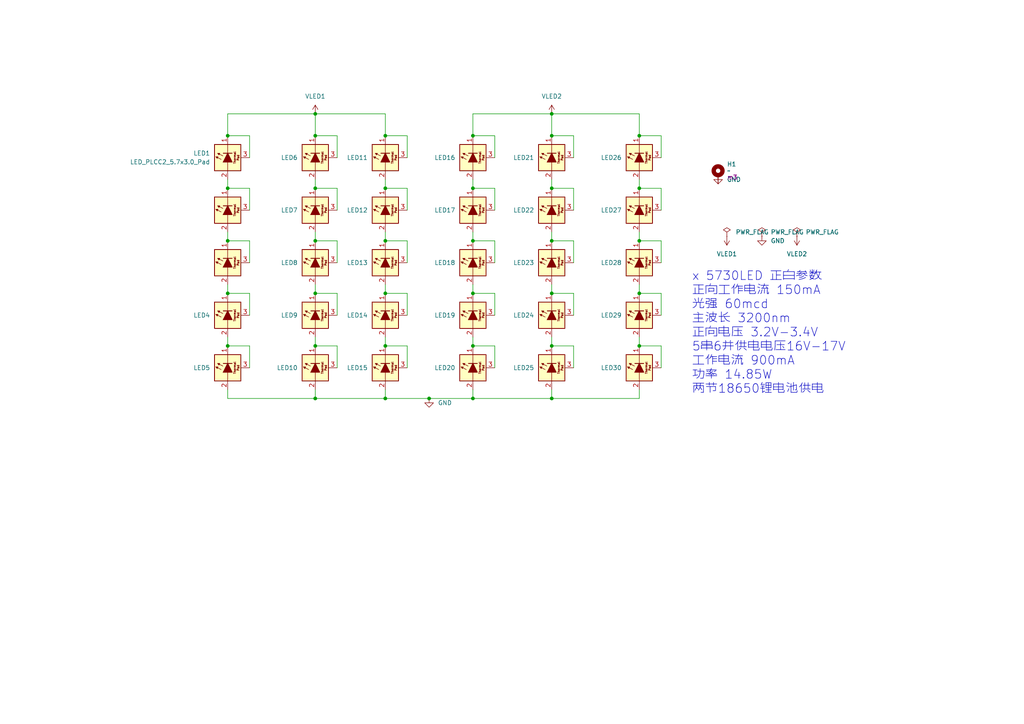
<source format=kicad_sch>
(kicad_sch
	(version 20231120)
	(generator "eeschema")
	(generator_version "8.0")
	(uuid "0f501cdf-739c-4a82-90c0-986d93085286")
	(paper "A4")
	(lib_symbols
		(symbol "Mechanical:MountingHole_Pad"
			(pin_numbers hide)
			(pin_names
				(offset 1.016) hide)
			(exclude_from_sim yes)
			(in_bom no)
			(on_board yes)
			(property "Reference" "H"
				(at 0 6.35 0)
				(effects
					(font
						(size 1.27 1.27)
					)
				)
			)
			(property "Value" "MountingHole_Pad"
				(at 0 4.445 0)
				(effects
					(font
						(size 1.27 1.27)
					)
				)
			)
			(property "Footprint" "MountingHole:MountingHole_3mm_Pad"
				(at 0 0 0)
				(effects
					(font
						(size 1.27 1.27)
					)
					(hide yes)
				)
			)
			(property "Datasheet" "~"
				(at 0 0 0)
				(effects
					(font
						(size 1.27 1.27)
					)
					(hide yes)
				)
			)
			(property "Description" "Mounting Hole with connection"
				(at 0 0 0)
				(effects
					(font
						(size 1.27 1.27)
					)
					(hide yes)
				)
			)
			(property "ki_keywords" "mounting hole"
				(at 0 0 0)
				(effects
					(font
						(size 1.27 1.27)
					)
					(hide yes)
				)
			)
			(property "ki_fp_filters" "MountingHole*Pad*"
				(at 0 0 0)
				(effects
					(font
						(size 1.27 1.27)
					)
					(hide yes)
				)
			)
			(symbol "MountingHole_Pad_0_1"
				(circle
					(center 0 1.27)
					(radius 1.27)
					(stroke
						(width 1.27)
						(type default)
					)
					(fill
						(type none)
					)
				)
			)
			(symbol "MountingHole_Pad_1_1"
				(pin input line
					(at 0 -2.54 90)
					(length 2.54)
					(name "1"
						(effects
							(font
								(size 1.27 1.27)
							)
						)
					)
					(number "1"
						(effects
							(font
								(size 1.27 1.27)
							)
						)
					)
				)
			)
		)
		(symbol "PCM_LED_AKL:LED_PLCC2_5.7x3.0_Pad"
			(pin_names
				(offset 1.016) hide)
			(exclude_from_sim no)
			(in_bom yes)
			(on_board yes)
			(property "Reference" "LED"
				(at 0 7.62 0)
				(effects
					(font
						(size 1.27 1.27)
					)
				)
			)
			(property "Value" "LED_PLCC2_5.7x3.0_Pad"
				(at 0 5.08 0)
				(effects
					(font
						(size 1.27 1.27)
					)
				)
			)
			(property "Footprint" "PCM_LED_SMD_AKL:LED_Yuji_5730"
				(at 0 0 0)
				(effects
					(font
						(size 1.27 1.27)
					)
					(hide yes)
				)
			)
			(property "Datasheet" "~"
				(at 0 0 0)
				(effects
					(font
						(size 1.27 1.27)
					)
					(hide yes)
				)
			)
			(property "Description" "LED with thermal pad, PLCC2 5.7mm length, 3.0mm width, Alternate KiCad Library"
				(at 0 0 0)
				(effects
					(font
						(size 1.27 1.27)
					)
					(hide yes)
				)
			)
			(property "ki_keywords" "LED diode thermal pad ep plcc2 5.7x3.0 generic"
				(at 0 0 0)
				(effects
					(font
						(size 1.27 1.27)
					)
					(hide yes)
				)
			)
			(property "ki_fp_filters" "LED* LED_SMD:* LED_THT:*"
				(at 0 0 0)
				(effects
					(font
						(size 1.27 1.27)
					)
					(hide yes)
				)
			)
			(symbol "LED_PLCC2_5.7x3.0_Pad_0_1"
				(polyline
					(pts
						(xy -0.508 1.905) (xy 0.254 3.429)
					)
					(stroke
						(width 0.1524)
						(type default)
					)
					(fill
						(type none)
					)
				)
				(polyline
					(pts
						(xy 0.508 1.397) (xy 1.27 2.921)
					)
					(stroke
						(width 0.1524)
						(type default)
					)
					(fill
						(type none)
					)
				)
				(polyline
					(pts
						(xy 1.27 1.27) (xy 1.27 -1.27)
					)
					(stroke
						(width 0.254)
						(type default)
					)
					(fill
						(type none)
					)
				)
				(polyline
					(pts
						(xy 0.254 2.794) (xy -0.254 3.048) (xy 0.254 3.429) (xy 0.254 2.794)
					)
					(stroke
						(width 0)
						(type solid)
					)
					(fill
						(type outline)
					)
				)
				(polyline
					(pts
						(xy 1.27 2.286) (xy 0.762 2.54) (xy 1.27 2.921) (xy 1.27 2.286)
					)
					(stroke
						(width 0.1524)
						(type default)
					)
					(fill
						(type outline)
					)
				)
			)
			(symbol "LED_PLCC2_5.7x3.0_Pad_0_2"
				(polyline
					(pts
						(xy -2.54 -2.54) (xy -0.889 -0.889)
					)
					(stroke
						(width 0)
						(type default)
					)
					(fill
						(type none)
					)
				)
				(polyline
					(pts
						(xy -1.651 0.889) (xy -2.159 2.413)
					)
					(stroke
						(width 0)
						(type default)
					)
					(fill
						(type none)
					)
				)
				(polyline
					(pts
						(xy -0.508 1.27) (xy -1.016 2.794)
					)
					(stroke
						(width 0)
						(type default)
					)
					(fill
						(type none)
					)
				)
				(polyline
					(pts
						(xy 0 1.778) (xy 1.778 0)
					)
					(stroke
						(width 0.254)
						(type default)
					)
					(fill
						(type none)
					)
				)
				(polyline
					(pts
						(xy 0.889 0.889) (xy 2.54 2.54)
					)
					(stroke
						(width 0)
						(type default)
					)
					(fill
						(type none)
					)
				)
				(polyline
					(pts
						(xy -2.159 2.413) (xy -2.286 1.778) (xy -1.6764 1.9812) (xy -2.159 2.413)
					)
					(stroke
						(width 0)
						(type default)
					)
					(fill
						(type outline)
					)
				)
				(polyline
					(pts
						(xy -1.016 2.794) (xy -1.143 2.159) (xy -0.5334 2.3622) (xy -1.016 2.794)
					)
					(stroke
						(width 0)
						(type default)
					)
					(fill
						(type outline)
					)
				)
				(polyline
					(pts
						(xy -0.889 -0.889) (xy -1.778 0) (xy 0.889 0.889) (xy 0 -1.778) (xy -0.889 -0.889)
					)
					(stroke
						(width 0.254)
						(type default)
					)
					(fill
						(type color)
						(color 255 255 255 1)
					)
				)
			)
			(symbol "LED_PLCC2_5.7x3.0_Pad_1_1"
				(rectangle
					(start -3.81 3.81)
					(end 3.81 -3.81)
					(stroke
						(width 0.254)
						(type default)
					)
					(fill
						(type background)
					)
				)
				(polyline
					(pts
						(xy -3.81 0) (xy -1.27 0)
					)
					(stroke
						(width 0)
						(type default)
					)
					(fill
						(type none)
					)
				)
				(polyline
					(pts
						(xy 1.27 0) (xy 3.81 0)
					)
					(stroke
						(width 0)
						(type default)
					)
					(fill
						(type none)
					)
				)
				(polyline
					(pts
						(xy -1.27 1.27) (xy -1.27 -1.27) (xy 1.27 0) (xy -1.27 1.27)
					)
					(stroke
						(width 0.254)
						(type default)
					)
					(fill
						(type outline)
					)
				)
				(text "Thermal\nPad"
					(at 0 -2.54 0)
					(effects
						(font
							(size 0.6 0.6)
						)
					)
				)
				(pin passive line
					(at 6.35 0 180)
					(length 2.54)
					(name "K"
						(effects
							(font
								(size 1.27 1.27)
							)
						)
					)
					(number "1"
						(effects
							(font
								(size 1.27 1.27)
							)
						)
					)
				)
				(pin passive line
					(at -6.35 0 0)
					(length 2.54)
					(name "A"
						(effects
							(font
								(size 1.27 1.27)
							)
						)
					)
					(number "2"
						(effects
							(font
								(size 1.27 1.27)
							)
						)
					)
				)
				(pin passive line
					(at 0 -6.35 90)
					(length 2.54)
					(name "PAD"
						(effects
							(font
								(size 1.27 1.27)
							)
						)
					)
					(number "3"
						(effects
							(font
								(size 1.27 1.27)
							)
						)
					)
				)
			)
			(symbol "LED_PLCC2_5.7x3.0_Pad_1_2"
				(pin passive line
					(at 2.54 2.54 180)
					(length 0)
					(name "K"
						(effects
							(font
								(size 1.27 1.27)
							)
						)
					)
					(number "1"
						(effects
							(font
								(size 1.27 1.27)
							)
						)
					)
				)
				(pin passive line
					(at -2.54 -2.54 0)
					(length 0)
					(name "A"
						(effects
							(font
								(size 1.27 1.27)
							)
						)
					)
					(number "2"
						(effects
							(font
								(size 1.27 1.27)
							)
						)
					)
				)
			)
		)
		(symbol "power:GND"
			(power)
			(pin_numbers hide)
			(pin_names
				(offset 0) hide)
			(exclude_from_sim no)
			(in_bom yes)
			(on_board yes)
			(property "Reference" "#PWR"
				(at 0 -6.35 0)
				(effects
					(font
						(size 1.27 1.27)
					)
					(hide yes)
				)
			)
			(property "Value" "GND"
				(at 0 -3.81 0)
				(effects
					(font
						(size 1.27 1.27)
					)
				)
			)
			(property "Footprint" ""
				(at 0 0 0)
				(effects
					(font
						(size 1.27 1.27)
					)
					(hide yes)
				)
			)
			(property "Datasheet" ""
				(at 0 0 0)
				(effects
					(font
						(size 1.27 1.27)
					)
					(hide yes)
				)
			)
			(property "Description" "Power symbol creates a global label with name \"GND\" , ground"
				(at 0 0 0)
				(effects
					(font
						(size 1.27 1.27)
					)
					(hide yes)
				)
			)
			(property "ki_keywords" "global power"
				(at 0 0 0)
				(effects
					(font
						(size 1.27 1.27)
					)
					(hide yes)
				)
			)
			(symbol "GND_0_1"
				(polyline
					(pts
						(xy 0 0) (xy 0 -1.27) (xy 1.27 -1.27) (xy 0 -2.54) (xy -1.27 -1.27) (xy 0 -1.27)
					)
					(stroke
						(width 0)
						(type default)
					)
					(fill
						(type none)
					)
				)
			)
			(symbol "GND_1_1"
				(pin power_in line
					(at 0 0 270)
					(length 0)
					(name "~"
						(effects
							(font
								(size 1.27 1.27)
							)
						)
					)
					(number "1"
						(effects
							(font
								(size 1.27 1.27)
							)
						)
					)
				)
			)
		)
		(symbol "power:PWR_FLAG"
			(power)
			(pin_numbers hide)
			(pin_names
				(offset 0) hide)
			(exclude_from_sim no)
			(in_bom yes)
			(on_board yes)
			(property "Reference" "#FLG"
				(at 0 1.905 0)
				(effects
					(font
						(size 1.27 1.27)
					)
					(hide yes)
				)
			)
			(property "Value" "PWR_FLAG"
				(at 0 3.81 0)
				(effects
					(font
						(size 1.27 1.27)
					)
				)
			)
			(property "Footprint" ""
				(at 0 0 0)
				(effects
					(font
						(size 1.27 1.27)
					)
					(hide yes)
				)
			)
			(property "Datasheet" "~"
				(at 0 0 0)
				(effects
					(font
						(size 1.27 1.27)
					)
					(hide yes)
				)
			)
			(property "Description" "Special symbol for telling ERC where power comes from"
				(at 0 0 0)
				(effects
					(font
						(size 1.27 1.27)
					)
					(hide yes)
				)
			)
			(property "ki_keywords" "flag power"
				(at 0 0 0)
				(effects
					(font
						(size 1.27 1.27)
					)
					(hide yes)
				)
			)
			(symbol "PWR_FLAG_0_0"
				(pin power_out line
					(at 0 0 90)
					(length 0)
					(name "~"
						(effects
							(font
								(size 1.27 1.27)
							)
						)
					)
					(number "1"
						(effects
							(font
								(size 1.27 1.27)
							)
						)
					)
				)
			)
			(symbol "PWR_FLAG_0_1"
				(polyline
					(pts
						(xy 0 0) (xy 0 1.27) (xy -1.016 1.905) (xy 0 2.54) (xy 1.016 1.905) (xy 0 1.27)
					)
					(stroke
						(width 0)
						(type default)
					)
					(fill
						(type none)
					)
				)
			)
		)
		(symbol "power:VCC"
			(power)
			(pin_numbers hide)
			(pin_names
				(offset 0) hide)
			(exclude_from_sim no)
			(in_bom yes)
			(on_board yes)
			(property "Reference" "#PWR"
				(at 0 -3.81 0)
				(effects
					(font
						(size 1.27 1.27)
					)
					(hide yes)
				)
			)
			(property "Value" "VCC"
				(at 0 3.556 0)
				(effects
					(font
						(size 1.27 1.27)
					)
				)
			)
			(property "Footprint" ""
				(at 0 0 0)
				(effects
					(font
						(size 1.27 1.27)
					)
					(hide yes)
				)
			)
			(property "Datasheet" ""
				(at 0 0 0)
				(effects
					(font
						(size 1.27 1.27)
					)
					(hide yes)
				)
			)
			(property "Description" "Power symbol creates a global label with name \"VCC\""
				(at 0 0 0)
				(effects
					(font
						(size 1.27 1.27)
					)
					(hide yes)
				)
			)
			(property "ki_keywords" "global power"
				(at 0 0 0)
				(effects
					(font
						(size 1.27 1.27)
					)
					(hide yes)
				)
			)
			(symbol "VCC_0_1"
				(polyline
					(pts
						(xy -0.762 1.27) (xy 0 2.54)
					)
					(stroke
						(width 0)
						(type default)
					)
					(fill
						(type none)
					)
				)
				(polyline
					(pts
						(xy 0 0) (xy 0 2.54)
					)
					(stroke
						(width 0)
						(type default)
					)
					(fill
						(type none)
					)
				)
				(polyline
					(pts
						(xy 0 2.54) (xy 0.762 1.27)
					)
					(stroke
						(width 0)
						(type default)
					)
					(fill
						(type none)
					)
				)
			)
			(symbol "VCC_1_1"
				(pin power_in line
					(at 0 0 90)
					(length 0)
					(name "~"
						(effects
							(font
								(size 1.27 1.27)
							)
						)
					)
					(number "1"
						(effects
							(font
								(size 1.27 1.27)
							)
						)
					)
				)
			)
		)
	)
	(junction
		(at 185.42 85.09)
		(diameter 0)
		(color 0 0 0 0)
		(uuid "022a18ce-2b9b-4911-b3cf-abb728464f31")
	)
	(junction
		(at 66.04 100.33)
		(diameter 0)
		(color 0 0 0 0)
		(uuid "04841aaa-731b-40b2-ab07-1b49b24f87e8")
	)
	(junction
		(at 111.76 100.33)
		(diameter 0)
		(color 0 0 0 0)
		(uuid "073b7633-1bf6-4087-8647-b51fb2152453")
	)
	(junction
		(at 91.44 85.09)
		(diameter 0)
		(color 0 0 0 0)
		(uuid "0b726957-8f13-45ad-8bd0-71e265939a43")
	)
	(junction
		(at 137.16 39.37)
		(diameter 0)
		(color 0 0 0 0)
		(uuid "128228c2-d8fc-49a4-866f-a20afcc9ebb5")
	)
	(junction
		(at 91.44 100.33)
		(diameter 0)
		(color 0 0 0 0)
		(uuid "2028ee74-ed68-45cc-a2a5-c7d3ab9f7a5b")
	)
	(junction
		(at 66.04 69.85)
		(diameter 0)
		(color 0 0 0 0)
		(uuid "2900b984-8b78-444f-9234-8ac8df970ab5")
	)
	(junction
		(at 111.76 85.09)
		(diameter 0)
		(color 0 0 0 0)
		(uuid "2ff71b98-770a-4ed3-a062-012a75418693")
	)
	(junction
		(at 111.76 54.61)
		(diameter 0)
		(color 0 0 0 0)
		(uuid "3195ff99-6c22-450b-95cc-3a40bfc3984e")
	)
	(junction
		(at 160.02 100.33)
		(diameter 0)
		(color 0 0 0 0)
		(uuid "46684fff-ff5d-4893-abfd-4945736ab50e")
	)
	(junction
		(at 185.42 69.85)
		(diameter 0)
		(color 0 0 0 0)
		(uuid "48197d46-56d5-4519-b296-045db82dbc3a")
	)
	(junction
		(at 160.02 39.37)
		(diameter 0)
		(color 0 0 0 0)
		(uuid "48503582-8db4-4e9e-b4e0-ec5114661907")
	)
	(junction
		(at 91.44 39.37)
		(diameter 0)
		(color 0 0 0 0)
		(uuid "5043a4ae-2220-4f81-854a-7ec637eaba2e")
	)
	(junction
		(at 137.16 54.61)
		(diameter 0)
		(color 0 0 0 0)
		(uuid "6ab35289-4ca0-461a-8ff2-617153f13b44")
	)
	(junction
		(at 185.42 39.37)
		(diameter 0)
		(color 0 0 0 0)
		(uuid "6cf376b0-f679-4e6e-88bd-ea77029e7239")
	)
	(junction
		(at 160.02 85.09)
		(diameter 0)
		(color 0 0 0 0)
		(uuid "7eb53aa6-87e5-4a0d-9722-fb9f26502ea3")
	)
	(junction
		(at 137.16 85.09)
		(diameter 0)
		(color 0 0 0 0)
		(uuid "80c50cdd-bb10-4f9e-a69b-077c2cf27030")
	)
	(junction
		(at 160.02 69.85)
		(diameter 0)
		(color 0 0 0 0)
		(uuid "813f2f67-6de8-435b-976d-f2a2ef6987d3")
	)
	(junction
		(at 185.42 54.61)
		(diameter 0)
		(color 0 0 0 0)
		(uuid "826aed75-7d11-4aee-b079-c47598a07318")
	)
	(junction
		(at 160.02 115.57)
		(diameter 0)
		(color 0 0 0 0)
		(uuid "88161c9d-4939-4e2d-96d4-b2271385449b")
	)
	(junction
		(at 160.02 54.61)
		(diameter 0)
		(color 0 0 0 0)
		(uuid "8aaa602c-24b0-4cef-9168-2e6c69f244ac")
	)
	(junction
		(at 66.04 85.09)
		(diameter 0)
		(color 0 0 0 0)
		(uuid "8ed7d4fe-5e07-4d64-8beb-d9f32c787db1")
	)
	(junction
		(at 185.42 100.33)
		(diameter 0)
		(color 0 0 0 0)
		(uuid "980f56b9-451d-437b-851a-c8b79f75e4bf")
	)
	(junction
		(at 91.44 115.57)
		(diameter 0)
		(color 0 0 0 0)
		(uuid "a21556c9-07c1-49ad-aa41-76f9ef8813b8")
	)
	(junction
		(at 160.02 33.02)
		(diameter 0)
		(color 0 0 0 0)
		(uuid "a2d95d7a-2a4c-4832-9e99-b71812da8573")
	)
	(junction
		(at 66.04 39.37)
		(diameter 0)
		(color 0 0 0 0)
		(uuid "a69eb06d-f2bc-4ced-b1ae-e938693e9b1c")
	)
	(junction
		(at 91.44 69.85)
		(diameter 0)
		(color 0 0 0 0)
		(uuid "a9f0c767-a0b8-496d-8a5d-23520d698d20")
	)
	(junction
		(at 137.16 115.57)
		(diameter 0)
		(color 0 0 0 0)
		(uuid "b7957869-15fc-4631-9d2d-c384bff49f0d")
	)
	(junction
		(at 91.44 54.61)
		(diameter 0)
		(color 0 0 0 0)
		(uuid "bc901feb-9960-4a91-b01c-58836e3c4a7d")
	)
	(junction
		(at 137.16 69.85)
		(diameter 0)
		(color 0 0 0 0)
		(uuid "c52fe32a-52f0-4908-91c1-7c5115fcad53")
	)
	(junction
		(at 124.46 115.57)
		(diameter 0)
		(color 0 0 0 0)
		(uuid "cd696d20-2d4b-4660-86dd-fc08ed174024")
	)
	(junction
		(at 91.44 33.02)
		(diameter 0)
		(color 0 0 0 0)
		(uuid "e23c7ca6-63ff-4e75-ac3a-141ede4dd3e7")
	)
	(junction
		(at 111.76 39.37)
		(diameter 0)
		(color 0 0 0 0)
		(uuid "e5213584-828a-44fc-8c17-9f0d55ca09e9")
	)
	(junction
		(at 137.16 100.33)
		(diameter 0)
		(color 0 0 0 0)
		(uuid "eaa2a663-efaa-4c69-ae5e-ffbd15d88b1e")
	)
	(junction
		(at 111.76 115.57)
		(diameter 0)
		(color 0 0 0 0)
		(uuid "ec3982a5-da70-4d42-8ee6-7b710c0be3ba")
	)
	(junction
		(at 111.76 69.85)
		(diameter 0)
		(color 0 0 0 0)
		(uuid "f18a6da8-399f-4cc1-9ccd-d3f61f063b4a")
	)
	(junction
		(at 66.04 54.61)
		(diameter 0)
		(color 0 0 0 0)
		(uuid "f3f35ae4-0da2-4710-8772-76fa0fed2483")
	)
	(wire
		(pts
			(xy 137.16 113.03) (xy 137.16 115.57)
		)
		(stroke
			(width 0)
			(type default)
		)
		(uuid "00a28ac0-1ee6-4b4b-a698-108c8a8a2e64")
	)
	(wire
		(pts
			(xy 72.39 69.85) (xy 66.04 69.85)
		)
		(stroke
			(width 0)
			(type default)
		)
		(uuid "0179cee9-3404-4467-8f4c-0dbd94fa6f97")
	)
	(wire
		(pts
			(xy 185.42 52.07) (xy 185.42 54.61)
		)
		(stroke
			(width 0)
			(type default)
		)
		(uuid "03f5411d-c6d2-4413-a966-efac34c84b1a")
	)
	(wire
		(pts
			(xy 111.76 115.57) (xy 124.46 115.57)
		)
		(stroke
			(width 0)
			(type default)
		)
		(uuid "05b135bd-6c9e-4119-b4f5-ef242bbc1677")
	)
	(wire
		(pts
			(xy 91.44 52.07) (xy 91.44 54.61)
		)
		(stroke
			(width 0)
			(type default)
		)
		(uuid "0668543e-b5da-416c-b47b-646a67e8d48b")
	)
	(wire
		(pts
			(xy 166.37 91.44) (xy 166.37 85.09)
		)
		(stroke
			(width 0)
			(type default)
		)
		(uuid "08ad69bf-f9e9-40d5-8f9e-882aff0021dd")
	)
	(wire
		(pts
			(xy 91.44 115.57) (xy 111.76 115.57)
		)
		(stroke
			(width 0)
			(type default)
		)
		(uuid "0ac36f5e-96ed-4fba-8ea4-4d8fd39336a7")
	)
	(wire
		(pts
			(xy 111.76 33.02) (xy 111.76 39.37)
		)
		(stroke
			(width 0)
			(type default)
		)
		(uuid "0ccd830f-a6a4-42da-901c-59779e04c132")
	)
	(wire
		(pts
			(xy 191.77 45.72) (xy 191.77 39.37)
		)
		(stroke
			(width 0)
			(type default)
		)
		(uuid "0dba9655-531a-4b3f-9dd2-8724b41f9761")
	)
	(wire
		(pts
			(xy 118.11 54.61) (xy 111.76 54.61)
		)
		(stroke
			(width 0)
			(type default)
		)
		(uuid "10c01747-861c-4834-a87d-201e75f2a3dd")
	)
	(wire
		(pts
			(xy 137.16 52.07) (xy 137.16 54.61)
		)
		(stroke
			(width 0)
			(type default)
		)
		(uuid "1451a61f-07ed-49a2-8b53-5983f90192e2")
	)
	(wire
		(pts
			(xy 143.51 76.2) (xy 143.51 69.85)
		)
		(stroke
			(width 0)
			(type default)
		)
		(uuid "14fd31a0-f764-48f7-88d0-50b103e00e59")
	)
	(wire
		(pts
			(xy 185.42 113.03) (xy 185.42 115.57)
		)
		(stroke
			(width 0)
			(type default)
		)
		(uuid "15f3c287-e6f5-466f-ae3e-768ef8629fe7")
	)
	(wire
		(pts
			(xy 166.37 85.09) (xy 160.02 85.09)
		)
		(stroke
			(width 0)
			(type default)
		)
		(uuid "169c160b-034b-40b8-84ab-ef0c52a9233a")
	)
	(wire
		(pts
			(xy 66.04 33.02) (xy 91.44 33.02)
		)
		(stroke
			(width 0)
			(type default)
		)
		(uuid "1799cf9c-1102-4958-9a74-fcf80d68d802")
	)
	(wire
		(pts
			(xy 66.04 82.55) (xy 66.04 85.09)
		)
		(stroke
			(width 0)
			(type default)
		)
		(uuid "18c7c290-6842-44f6-b5c5-b573aa952798")
	)
	(wire
		(pts
			(xy 166.37 69.85) (xy 160.02 69.85)
		)
		(stroke
			(width 0)
			(type default)
		)
		(uuid "1d3710ca-aceb-45ea-981d-2632c7a640f5")
	)
	(wire
		(pts
			(xy 72.39 85.09) (xy 66.04 85.09)
		)
		(stroke
			(width 0)
			(type default)
		)
		(uuid "1f1f9b47-5348-4d82-ad3b-dbfa737e9486")
	)
	(wire
		(pts
			(xy 160.02 52.07) (xy 160.02 54.61)
		)
		(stroke
			(width 0)
			(type default)
		)
		(uuid "230c1b16-e769-487f-80a9-899530bf9932")
	)
	(wire
		(pts
			(xy 137.16 82.55) (xy 137.16 85.09)
		)
		(stroke
			(width 0)
			(type default)
		)
		(uuid "23f6bca0-ba09-4edc-937e-170538899688")
	)
	(wire
		(pts
			(xy 118.11 91.44) (xy 118.11 85.09)
		)
		(stroke
			(width 0)
			(type default)
		)
		(uuid "26ddd31c-31ff-4e25-acb8-ebd9c7bc2325")
	)
	(wire
		(pts
			(xy 137.16 33.02) (xy 160.02 33.02)
		)
		(stroke
			(width 0)
			(type default)
		)
		(uuid "299cafb2-abc1-4c29-bf34-1898c3076970")
	)
	(wire
		(pts
			(xy 143.51 45.72) (xy 143.51 39.37)
		)
		(stroke
			(width 0)
			(type default)
		)
		(uuid "32f01015-7908-4bc7-be3a-ca05511a5e21")
	)
	(wire
		(pts
			(xy 118.11 76.2) (xy 118.11 69.85)
		)
		(stroke
			(width 0)
			(type default)
		)
		(uuid "335a43dc-59d3-4b56-8e33-e61870a589f7")
	)
	(wire
		(pts
			(xy 118.11 100.33) (xy 111.76 100.33)
		)
		(stroke
			(width 0)
			(type default)
		)
		(uuid "3449fa2f-6620-4de7-8233-24075ada2273")
	)
	(wire
		(pts
			(xy 72.39 76.2) (xy 72.39 69.85)
		)
		(stroke
			(width 0)
			(type default)
		)
		(uuid "34a1c64e-81ef-4906-bba7-93d694b46f99")
	)
	(wire
		(pts
			(xy 160.02 54.61) (xy 166.37 54.61)
		)
		(stroke
			(width 0)
			(type default)
		)
		(uuid "379424cc-9fe0-4933-9c83-3f1e051e6311")
	)
	(wire
		(pts
			(xy 166.37 60.96) (xy 166.37 54.61)
		)
		(stroke
			(width 0)
			(type default)
		)
		(uuid "3b615cf3-b8f3-4d79-ab37-021ab4d8ace1")
	)
	(wire
		(pts
			(xy 191.77 60.96) (xy 191.77 54.61)
		)
		(stroke
			(width 0)
			(type default)
		)
		(uuid "3b9b8b4a-59c3-40e1-8fc7-1e46f41af04a")
	)
	(wire
		(pts
			(xy 185.42 39.37) (xy 191.77 39.37)
		)
		(stroke
			(width 0)
			(type default)
		)
		(uuid "3c522a19-220a-4b41-9cb6-b60820394558")
	)
	(wire
		(pts
			(xy 185.42 85.09) (xy 191.77 85.09)
		)
		(stroke
			(width 0)
			(type default)
		)
		(uuid "3c733fc9-d212-48b2-9e03-779631586cd1")
	)
	(wire
		(pts
			(xy 66.04 113.03) (xy 66.04 115.57)
		)
		(stroke
			(width 0)
			(type default)
		)
		(uuid "3c7ae52f-3683-403f-91e0-6d6121b62f0f")
	)
	(wire
		(pts
			(xy 97.79 100.33) (xy 91.44 100.33)
		)
		(stroke
			(width 0)
			(type default)
		)
		(uuid "3da9ea03-9279-4995-8185-d643d90735e8")
	)
	(wire
		(pts
			(xy 143.51 106.68) (xy 143.51 100.33)
		)
		(stroke
			(width 0)
			(type default)
		)
		(uuid "43dfed03-f3b2-42d2-8e8a-eec63ae6ddd7")
	)
	(wire
		(pts
			(xy 137.16 97.79) (xy 137.16 100.33)
		)
		(stroke
			(width 0)
			(type default)
		)
		(uuid "48d4a0ae-4cc0-4c2c-9725-7226742a905c")
	)
	(wire
		(pts
			(xy 118.11 45.72) (xy 118.11 39.37)
		)
		(stroke
			(width 0)
			(type default)
		)
		(uuid "4b07154f-4e4c-4a2c-a5a5-177c7db8a608")
	)
	(wire
		(pts
			(xy 143.51 91.44) (xy 143.51 85.09)
		)
		(stroke
			(width 0)
			(type default)
		)
		(uuid "4d7fc7e7-a15f-4da1-aed3-6bace0948e81")
	)
	(wire
		(pts
			(xy 160.02 67.31) (xy 160.02 69.85)
		)
		(stroke
			(width 0)
			(type default)
		)
		(uuid "501afed7-0200-485a-915b-dbc979f45b22")
	)
	(wire
		(pts
			(xy 191.77 76.2) (xy 191.77 69.85)
		)
		(stroke
			(width 0)
			(type default)
		)
		(uuid "5087f863-b6e7-4a75-ae6c-84490967475e")
	)
	(wire
		(pts
			(xy 72.39 45.72) (xy 72.39 39.37)
		)
		(stroke
			(width 0)
			(type default)
		)
		(uuid "51c607b8-35c4-4597-ab0b-235413f63e4f")
	)
	(wire
		(pts
			(xy 72.39 91.44) (xy 72.39 85.09)
		)
		(stroke
			(width 0)
			(type default)
		)
		(uuid "54e66340-e2ae-490b-a9aa-5120ae67b58b")
	)
	(wire
		(pts
			(xy 124.46 115.57) (xy 137.16 115.57)
		)
		(stroke
			(width 0)
			(type default)
		)
		(uuid "55194c23-1b7c-402c-ad0d-23f7569fd120")
	)
	(wire
		(pts
			(xy 111.76 67.31) (xy 111.76 69.85)
		)
		(stroke
			(width 0)
			(type default)
		)
		(uuid "55a444b7-511e-4638-8783-e6be50bcfc7e")
	)
	(wire
		(pts
			(xy 97.79 60.96) (xy 97.79 54.61)
		)
		(stroke
			(width 0)
			(type default)
		)
		(uuid "587e741a-d169-4e37-9d16-51bc6b93cf9c")
	)
	(wire
		(pts
			(xy 185.42 54.61) (xy 191.77 54.61)
		)
		(stroke
			(width 0)
			(type default)
		)
		(uuid "58a0d844-3c60-4087-8dd3-a18e6108d25a")
	)
	(wire
		(pts
			(xy 66.04 97.79) (xy 66.04 100.33)
		)
		(stroke
			(width 0)
			(type default)
		)
		(uuid "5ae9d4bf-fcb6-4ad6-a5b3-12d08b6c7d31")
	)
	(wire
		(pts
			(xy 111.76 52.07) (xy 111.76 54.61)
		)
		(stroke
			(width 0)
			(type default)
		)
		(uuid "5c8f45cf-a8d5-496b-84e0-085919fc7ddb")
	)
	(wire
		(pts
			(xy 118.11 106.68) (xy 118.11 100.33)
		)
		(stroke
			(width 0)
			(type default)
		)
		(uuid "5d70164d-d17e-46a8-8fee-966f241aaa43")
	)
	(wire
		(pts
			(xy 111.76 97.79) (xy 111.76 100.33)
		)
		(stroke
			(width 0)
			(type default)
		)
		(uuid "65e27ebb-5cc7-41c4-888e-ef343ea21bf0")
	)
	(wire
		(pts
			(xy 66.04 52.07) (xy 66.04 54.61)
		)
		(stroke
			(width 0)
			(type default)
		)
		(uuid "6974250e-010c-4a2a-9647-4b2d47c7b939")
	)
	(wire
		(pts
			(xy 97.79 106.68) (xy 97.79 100.33)
		)
		(stroke
			(width 0)
			(type default)
		)
		(uuid "6c505ab0-51ee-46f9-8bff-0e7bb81f2e24")
	)
	(wire
		(pts
			(xy 97.79 76.2) (xy 97.79 69.85)
		)
		(stroke
			(width 0)
			(type default)
		)
		(uuid "70975477-3652-4b28-aaa0-b1b77de9733d")
	)
	(wire
		(pts
			(xy 72.39 106.68) (xy 72.39 100.33)
		)
		(stroke
			(width 0)
			(type default)
		)
		(uuid "756377e2-39c2-4e46-9384-068c2afe65df")
	)
	(wire
		(pts
			(xy 160.02 115.57) (xy 185.42 115.57)
		)
		(stroke
			(width 0)
			(type default)
		)
		(uuid "776ed661-b3de-4a21-aa3b-6132a7aa4c61")
	)
	(wire
		(pts
			(xy 66.04 115.57) (xy 91.44 115.57)
		)
		(stroke
			(width 0)
			(type default)
		)
		(uuid "7b107e80-8a59-4d30-9522-330e51c0af8d")
	)
	(wire
		(pts
			(xy 185.42 97.79) (xy 185.42 100.33)
		)
		(stroke
			(width 0)
			(type default)
		)
		(uuid "7d37772e-7258-4176-aa0a-c41768a3f863")
	)
	(wire
		(pts
			(xy 143.51 60.96) (xy 143.51 54.61)
		)
		(stroke
			(width 0)
			(type default)
		)
		(uuid "7dea1f55-65d0-46d6-b1ec-f4b10e095339")
	)
	(wire
		(pts
			(xy 111.76 82.55) (xy 111.76 85.09)
		)
		(stroke
			(width 0)
			(type default)
		)
		(uuid "808155ce-bd6b-48b0-8a7c-4d2cd49828af")
	)
	(wire
		(pts
			(xy 166.37 76.2) (xy 166.37 69.85)
		)
		(stroke
			(width 0)
			(type default)
		)
		(uuid "816fa17f-a6f7-4cbf-9e14-5cee680d5f10")
	)
	(wire
		(pts
			(xy 185.42 82.55) (xy 185.42 85.09)
		)
		(stroke
			(width 0)
			(type default)
		)
		(uuid "81aa76eb-c579-4d09-85f2-19a3464105d2")
	)
	(wire
		(pts
			(xy 91.44 97.79) (xy 91.44 100.33)
		)
		(stroke
			(width 0)
			(type default)
		)
		(uuid "84a8c76b-f790-4404-9eba-18708604fb30")
	)
	(wire
		(pts
			(xy 111.76 113.03) (xy 111.76 115.57)
		)
		(stroke
			(width 0)
			(type default)
		)
		(uuid "88cebd5c-e163-4593-853d-9d5007186ffa")
	)
	(wire
		(pts
			(xy 160.02 33.02) (xy 185.42 33.02)
		)
		(stroke
			(width 0)
			(type default)
		)
		(uuid "8f523d63-73bf-4eef-be6e-f82941c842f3")
	)
	(wire
		(pts
			(xy 118.11 60.96) (xy 118.11 54.61)
		)
		(stroke
			(width 0)
			(type default)
		)
		(uuid "8f8636d1-4c3b-48eb-9477-7e54555e4cae")
	)
	(wire
		(pts
			(xy 72.39 54.61) (xy 66.04 54.61)
		)
		(stroke
			(width 0)
			(type default)
		)
		(uuid "97aeb91e-f7e3-40f5-bf21-08700ed2f99b")
	)
	(wire
		(pts
			(xy 160.02 33.02) (xy 160.02 39.37)
		)
		(stroke
			(width 0)
			(type default)
		)
		(uuid "97dd6013-5fcd-444a-8ce6-4ba9aa48880e")
	)
	(wire
		(pts
			(xy 166.37 39.37) (xy 160.02 39.37)
		)
		(stroke
			(width 0)
			(type default)
		)
		(uuid "99f16381-e178-492c-b4b9-44bb3fee78a8")
	)
	(wire
		(pts
			(xy 137.16 33.02) (xy 137.16 39.37)
		)
		(stroke
			(width 0)
			(type default)
		)
		(uuid "9cb44579-435b-457a-9f6f-e05f1e74963d")
	)
	(wire
		(pts
			(xy 160.02 113.03) (xy 160.02 115.57)
		)
		(stroke
			(width 0)
			(type default)
		)
		(uuid "9cb5fb0d-3c05-472c-a276-1a326e559d1b")
	)
	(wire
		(pts
			(xy 91.44 113.03) (xy 91.44 115.57)
		)
		(stroke
			(width 0)
			(type default)
		)
		(uuid "9d1ddf22-93ba-4a5a-a77c-48d89f86fc53")
	)
	(wire
		(pts
			(xy 66.04 39.37) (xy 66.04 33.02)
		)
		(stroke
			(width 0)
			(type default)
		)
		(uuid "9e75e20d-7ac6-451a-bb75-117297620a55")
	)
	(wire
		(pts
			(xy 143.51 69.85) (xy 137.16 69.85)
		)
		(stroke
			(width 0)
			(type default)
		)
		(uuid "9e868e41-7877-4835-aec8-81f8a6448787")
	)
	(wire
		(pts
			(xy 91.44 33.02) (xy 111.76 33.02)
		)
		(stroke
			(width 0)
			(type default)
		)
		(uuid "9f7bb6d7-2e72-4e23-a35a-043353c55e8e")
	)
	(wire
		(pts
			(xy 72.39 39.37) (xy 66.04 39.37)
		)
		(stroke
			(width 0)
			(type default)
		)
		(uuid "a1c40e59-2806-4962-9581-b704a20eac70")
	)
	(wire
		(pts
			(xy 137.16 115.57) (xy 160.02 115.57)
		)
		(stroke
			(width 0)
			(type default)
		)
		(uuid "a67c835e-c104-4909-8181-6edbeb0966d3")
	)
	(wire
		(pts
			(xy 143.51 100.33) (xy 137.16 100.33)
		)
		(stroke
			(width 0)
			(type default)
		)
		(uuid "a6b4677b-b25a-4325-89bb-8ea6f0f809c8")
	)
	(wire
		(pts
			(xy 191.77 91.44) (xy 191.77 85.09)
		)
		(stroke
			(width 0)
			(type default)
		)
		(uuid "a9009160-cde6-493c-880b-dbe2693cfd66")
	)
	(wire
		(pts
			(xy 166.37 106.68) (xy 166.37 100.33)
		)
		(stroke
			(width 0)
			(type default)
		)
		(uuid "b37150a6-9a44-4f21-99e1-d87351243e81")
	)
	(wire
		(pts
			(xy 160.02 97.79) (xy 160.02 100.33)
		)
		(stroke
			(width 0)
			(type default)
		)
		(uuid "b387f82a-97f7-426d-ab39-5520450fe4ab")
	)
	(wire
		(pts
			(xy 91.44 82.55) (xy 91.44 85.09)
		)
		(stroke
			(width 0)
			(type default)
		)
		(uuid "b592c7cd-fb05-4961-8225-1fe1dd91a939")
	)
	(wire
		(pts
			(xy 91.44 67.31) (xy 91.44 69.85)
		)
		(stroke
			(width 0)
			(type default)
		)
		(uuid "b618318b-9f4e-410c-9593-3fd61e1985ea")
	)
	(wire
		(pts
			(xy 97.79 69.85) (xy 91.44 69.85)
		)
		(stroke
			(width 0)
			(type default)
		)
		(uuid "b86307c7-8a04-4ed1-a193-bc4c00038366")
	)
	(wire
		(pts
			(xy 97.79 85.09) (xy 91.44 85.09)
		)
		(stroke
			(width 0)
			(type default)
		)
		(uuid "b90e3d43-2512-486e-a884-f03194a370b6")
	)
	(wire
		(pts
			(xy 137.16 67.31) (xy 137.16 69.85)
		)
		(stroke
			(width 0)
			(type default)
		)
		(uuid "bba901a2-e406-4806-9992-5d515cdd5392")
	)
	(wire
		(pts
			(xy 185.42 100.33) (xy 191.77 100.33)
		)
		(stroke
			(width 0)
			(type default)
		)
		(uuid "bd52d80d-a5a5-4cfe-ad65-0d04c4e89e37")
	)
	(wire
		(pts
			(xy 97.79 91.44) (xy 97.79 85.09)
		)
		(stroke
			(width 0)
			(type default)
		)
		(uuid "be670d97-8323-459a-81ea-b68abcbc0059")
	)
	(wire
		(pts
			(xy 72.39 100.33) (xy 66.04 100.33)
		)
		(stroke
			(width 0)
			(type default)
		)
		(uuid "c5adb15c-d99d-4fbb-827f-c96eaeff97dc")
	)
	(wire
		(pts
			(xy 191.77 106.68) (xy 191.77 100.33)
		)
		(stroke
			(width 0)
			(type default)
		)
		(uuid "c706271f-2808-42ed-9efd-55e98f9e67dc")
	)
	(wire
		(pts
			(xy 185.42 69.85) (xy 191.77 69.85)
		)
		(stroke
			(width 0)
			(type default)
		)
		(uuid "c73756ed-4d9d-43b4-babf-e9849e8010d8")
	)
	(wire
		(pts
			(xy 72.39 60.96) (xy 72.39 54.61)
		)
		(stroke
			(width 0)
			(type default)
		)
		(uuid "cb326a02-b03a-4e3f-9fd8-f7b0e8799232")
	)
	(wire
		(pts
			(xy 91.44 33.02) (xy 91.44 39.37)
		)
		(stroke
			(width 0)
			(type default)
		)
		(uuid "cb39efa3-d511-4772-a682-a86d8dfedd33")
	)
	(wire
		(pts
			(xy 166.37 45.72) (xy 166.37 39.37)
		)
		(stroke
			(width 0)
			(type default)
		)
		(uuid "ce3bdf94-62e3-4515-b3a0-8506c038852a")
	)
	(wire
		(pts
			(xy 118.11 39.37) (xy 111.76 39.37)
		)
		(stroke
			(width 0)
			(type default)
		)
		(uuid "d1680fd6-b402-4812-804d-c3bb21366390")
	)
	(wire
		(pts
			(xy 166.37 100.33) (xy 160.02 100.33)
		)
		(stroke
			(width 0)
			(type default)
		)
		(uuid "d4fe6f6e-ef43-4640-b53d-0c7beaf09b50")
	)
	(wire
		(pts
			(xy 97.79 45.72) (xy 97.79 39.37)
		)
		(stroke
			(width 0)
			(type default)
		)
		(uuid "d60b6c7f-5f1b-4c9c-b6c3-990ae156b09a")
	)
	(wire
		(pts
			(xy 143.51 85.09) (xy 137.16 85.09)
		)
		(stroke
			(width 0)
			(type default)
		)
		(uuid "dd0c0fb6-ee05-4ad1-bb9d-d8081746c756")
	)
	(wire
		(pts
			(xy 97.79 54.61) (xy 91.44 54.61)
		)
		(stroke
			(width 0)
			(type default)
		)
		(uuid "df7de5e9-d2f5-4b39-86cf-4bb0fa7f4dcb")
	)
	(wire
		(pts
			(xy 118.11 69.85) (xy 111.76 69.85)
		)
		(stroke
			(width 0)
			(type default)
		)
		(uuid "e28cb859-8479-4e50-a9bd-e9d88c13afe6")
	)
	(wire
		(pts
			(xy 185.42 67.31) (xy 185.42 69.85)
		)
		(stroke
			(width 0)
			(type default)
		)
		(uuid "e5468826-c3eb-4ff8-b875-7f06c02bde82")
	)
	(wire
		(pts
			(xy 143.51 54.61) (xy 137.16 54.61)
		)
		(stroke
			(width 0)
			(type default)
		)
		(uuid "e84ea863-0e41-45dc-a592-8e8fd76ca6ed")
	)
	(wire
		(pts
			(xy 143.51 39.37) (xy 137.16 39.37)
		)
		(stroke
			(width 0)
			(type default)
		)
		(uuid "f4008635-3c62-447e-a458-4e25b3159dd6")
	)
	(wire
		(pts
			(xy 66.04 67.31) (xy 66.04 69.85)
		)
		(stroke
			(width 0)
			(type default)
		)
		(uuid "f53111ef-ca55-4f9c-9168-9af4c42369fd")
	)
	(wire
		(pts
			(xy 118.11 85.09) (xy 111.76 85.09)
		)
		(stroke
			(width 0)
			(type default)
		)
		(uuid "f62e645a-9efe-4e5b-a65c-dd7bc6d45474")
	)
	(wire
		(pts
			(xy 160.02 82.55) (xy 160.02 85.09)
		)
		(stroke
			(width 0)
			(type default)
		)
		(uuid "f87e392d-3e51-4b32-aa63-3acaaeb53c90")
	)
	(wire
		(pts
			(xy 97.79 39.37) (xy 91.44 39.37)
		)
		(stroke
			(width 0)
			(type default)
		)
		(uuid "f9054cae-f310-43e5-9012-2ba1eb1bf751")
	)
	(wire
		(pts
			(xy 185.42 33.02) (xy 185.42 39.37)
		)
		(stroke
			(width 0)
			(type default)
		)
		(uuid "fce0c832-68ee-4e23-b5de-d2abdf73a760")
	)
	(text "x 5730LED 正白参数\n正向工作电流 150mA\n光强 60mcd\n主波长 3200nm\n正向电压 3.2V-3.4V\n5串6并供电电压16V-17V\n工作电流 900mA\n功率 14.85W\n两节18650锂电池供电"
		(exclude_from_sim no)
		(at 200.66 96.52 0)
		(effects
			(font
				(size 2.54 2.54)
			)
			(justify left)
		)
		(uuid "f5c9839e-e758-43f6-9bbb-94af9c9c12aa")
	)
	(symbol
		(lib_id "PCM_LED_AKL:LED_PLCC2_5.7x3.0_Pad")
		(at 66.04 76.2 90)
		(unit 1)
		(exclude_from_sim no)
		(in_bom yes)
		(on_board yes)
		(dnp no)
		(fields_autoplaced yes)
		(uuid "0997e2c1-a572-45da-9e70-0ebe403b5e1d")
		(property "Reference" "LED3"
			(at 59.69 76.2 0)
			(effects
				(font
					(size 1.27 1.27)
				)
				(hide yes)
			)
		)
		(property "Value" "LED_PLCC2_5.7x3.0_Pad"
			(at 68.0719 81.28 0)
			(effects
				(font
					(size 1.27 1.27)
				)
				(justify right)
				(hide yes)
			)
		)
		(property "Footprint" "PCM_LED_SMD_AKL:LED_Yuji_5730"
			(at 66.04 76.2 0)
			(effects
				(font
					(size 1.27 1.27)
				)
				(hide yes)
			)
		)
		(property "Datasheet" "~"
			(at 66.04 76.2 0)
			(effects
				(font
					(size 1.27 1.27)
				)
				(hide yes)
			)
		)
		(property "Description" "LED with thermal pad, PLCC2 5.7mm length, 3.0mm width, Alternate KiCad Library"
			(at 66.04 76.2 0)
			(effects
				(font
					(size 1.27 1.27)
				)
				(hide yes)
			)
		)
		(property "Manufacturer Part" "XL-5730WWC-05"
			(at 66.04 76.2 90)
			(effects
				(font
					(size 1.27 1.27)
				)
				(hide yes)
			)
		)
		(property "Manufacturer" "XINGLIGHT(成兴光)"
			(at 66.04 76.2 90)
			(effects
				(font
					(size 1.27 1.27)
				)
				(hide yes)
			)
		)
		(property "Supplier Part" "C2843886"
			(at 66.04 76.2 90)
			(effects
				(font
					(size 1.27 1.27)
				)
				(hide yes)
			)
		)
		(property "Supplier" "LCSC"
			(at 66.04 76.2 90)
			(effects
				(font
					(size 1.27 1.27)
				)
				(hide yes)
			)
		)
		(property "LCSC Part Name" "XL-5730WWC-05"
			(at 66.04 76.2 90)
			(effects
				(font
					(size 1.27 1.27)
				)
				(hide yes)
			)
		)
		(property "jlc_bom" ""
			(at 66.04 76.2 0)
			(effects
				(font
					(size 1.27 1.27)
				)
				(hide yes)
			)
		)
		(pin "1"
			(uuid "68a43eff-7d25-4d34-a221-131122ac12dc")
		)
		(pin "3"
			(uuid "22b469b5-69a8-4889-b10c-5ad3ad8c1482")
		)
		(pin "2"
			(uuid "8f671c47-e4c2-421f-94cc-e6219685d2d6")
		)
		(instances
			(project "LED_SMT_5730_5S2P_5W"
				(path "/0f501cdf-739c-4a82-90c0-986d93085286"
					(reference "LED3")
					(unit 1)
				)
			)
			(project "LED_SMT_5730_5S2P_5W"
				(path "/1f1d3f19-c67c-4a3b-8445-f4a04d631afc/e2f29e86-9c31-4022-8bea-fd5d8e18368a"
					(reference "LED3")
					(unit 1)
				)
			)
		)
	)
	(symbol
		(lib_id "PCM_LED_AKL:LED_PLCC2_5.7x3.0_Pad")
		(at 160.02 106.68 90)
		(unit 1)
		(exclude_from_sim no)
		(in_bom yes)
		(on_board yes)
		(dnp no)
		(fields_autoplaced yes)
		(uuid "1ca623ff-d9fb-4832-8d16-384c02c78afb")
		(property "Reference" "LED25"
			(at 154.94 106.6799 90)
			(effects
				(font
					(size 1.27 1.27)
				)
				(justify left)
			)
		)
		(property "Value" "LED_PLCC2_5.7x3.0_Pad"
			(at 162.0519 111.76 0)
			(effects
				(font
					(size 1.27 1.27)
				)
				(justify right)
				(hide yes)
			)
		)
		(property "Footprint" "PCM_LED_SMD_AKL:LED_Yuji_5730"
			(at 160.02 106.68 0)
			(effects
				(font
					(size 1.27 1.27)
				)
				(hide yes)
			)
		)
		(property "Datasheet" "~"
			(at 160.02 106.68 0)
			(effects
				(font
					(size 1.27 1.27)
				)
				(hide yes)
			)
		)
		(property "Description" "LED with thermal pad, PLCC2 5.7mm length, 3.0mm width, Alternate KiCad Library"
			(at 160.02 106.68 0)
			(effects
				(font
					(size 1.27 1.27)
				)
				(hide yes)
			)
		)
		(property "Manufacturer Part" "XL-5730WWC-05"
			(at 160.02 106.68 90)
			(effects
				(font
					(size 1.27 1.27)
				)
				(hide yes)
			)
		)
		(property "Manufacturer" "XINGLIGHT(成兴光)"
			(at 160.02 106.68 90)
			(effects
				(font
					(size 1.27 1.27)
				)
				(hide yes)
			)
		)
		(property "Supplier Part" "C2843886"
			(at 160.02 106.68 90)
			(effects
				(font
					(size 1.27 1.27)
				)
				(hide yes)
			)
		)
		(property "Supplier" "LCSC"
			(at 160.02 106.68 90)
			(effects
				(font
					(size 1.27 1.27)
				)
				(hide yes)
			)
		)
		(property "LCSC Part Name" "XL-5730WWC-05"
			(at 160.02 106.68 90)
			(effects
				(font
					(size 1.27 1.27)
				)
				(hide yes)
			)
		)
		(property "jlc_bom" ""
			(at 160.02 106.68 0)
			(effects
				(font
					(size 1.27 1.27)
				)
				(hide yes)
			)
		)
		(pin "1"
			(uuid "3dc8bf47-d230-4437-863e-d93b836ff6c7")
		)
		(pin "3"
			(uuid "3d931b72-e474-4022-8be3-a187b7a77e90")
		)
		(pin "2"
			(uuid "4cf23ec5-97cd-44c9-be2e-79d6ec727060")
		)
		(instances
			(project "LED_SMT_5730_5S6P_5W"
				(path "/0f501cdf-739c-4a82-90c0-986d93085286"
					(reference "LED25")
					(unit 1)
				)
			)
			(project "LED_SMT_5730_5S6P_5W"
				(path "/1f1d3f19-c67c-4a3b-8445-f4a04d631afc/e2f29e86-9c31-4022-8bea-fd5d8e18368a"
					(reference "LED25")
					(unit 1)
				)
			)
		)
	)
	(symbol
		(lib_id "PCM_LED_AKL:LED_PLCC2_5.7x3.0_Pad")
		(at 160.02 91.44 90)
		(unit 1)
		(exclude_from_sim no)
		(in_bom yes)
		(on_board yes)
		(dnp no)
		(fields_autoplaced yes)
		(uuid "215197e5-3e69-41f2-9cc8-de422e7f7962")
		(property "Reference" "LED24"
			(at 154.94 91.4399 90)
			(effects
				(font
					(size 1.27 1.27)
				)
				(justify left)
			)
		)
		(property "Value" "LED_PLCC2_5.7x3.0_Pad"
			(at 162.0519 96.52 0)
			(effects
				(font
					(size 1.27 1.27)
				)
				(justify right)
				(hide yes)
			)
		)
		(property "Footprint" "PCM_LED_SMD_AKL:LED_Yuji_5730"
			(at 160.02 91.44 0)
			(effects
				(font
					(size 1.27 1.27)
				)
				(hide yes)
			)
		)
		(property "Datasheet" "~"
			(at 160.02 91.44 0)
			(effects
				(font
					(size 1.27 1.27)
				)
				(hide yes)
			)
		)
		(property "Description" "LED with thermal pad, PLCC2 5.7mm length, 3.0mm width, Alternate KiCad Library"
			(at 160.02 91.44 0)
			(effects
				(font
					(size 1.27 1.27)
				)
				(hide yes)
			)
		)
		(property "Manufacturer Part" "XL-5730WWC-05"
			(at 160.02 91.44 90)
			(effects
				(font
					(size 1.27 1.27)
				)
				(hide yes)
			)
		)
		(property "Manufacturer" "XINGLIGHT(成兴光)"
			(at 160.02 91.44 90)
			(effects
				(font
					(size 1.27 1.27)
				)
				(hide yes)
			)
		)
		(property "Supplier Part" "C2843886"
			(at 160.02 91.44 90)
			(effects
				(font
					(size 1.27 1.27)
				)
				(hide yes)
			)
		)
		(property "Supplier" "LCSC"
			(at 160.02 91.44 90)
			(effects
				(font
					(size 1.27 1.27)
				)
				(hide yes)
			)
		)
		(property "LCSC Part Name" "XL-5730WWC-05"
			(at 160.02 91.44 90)
			(effects
				(font
					(size 1.27 1.27)
				)
				(hide yes)
			)
		)
		(property "jlc_bom" ""
			(at 160.02 91.44 0)
			(effects
				(font
					(size 1.27 1.27)
				)
				(hide yes)
			)
		)
		(pin "1"
			(uuid "44eac89f-40e9-4260-b53d-11e460f54773")
		)
		(pin "3"
			(uuid "3adc4383-e2da-4e78-a51d-3e731013fde3")
		)
		(pin "2"
			(uuid "cdfc8e2a-6c9c-4db2-baf4-922f20fe8d6a")
		)
		(instances
			(project "LED_SMT_5730_5S6P_5W"
				(path "/0f501cdf-739c-4a82-90c0-986d93085286"
					(reference "LED24")
					(unit 1)
				)
			)
			(project "LED_SMT_5730_5S6P_5W"
				(path "/1f1d3f19-c67c-4a3b-8445-f4a04d631afc/e2f29e86-9c31-4022-8bea-fd5d8e18368a"
					(reference "LED24")
					(unit 1)
				)
			)
		)
	)
	(symbol
		(lib_id "PCM_LED_AKL:LED_PLCC2_5.7x3.0_Pad")
		(at 111.76 106.68 90)
		(unit 1)
		(exclude_from_sim no)
		(in_bom yes)
		(on_board yes)
		(dnp no)
		(fields_autoplaced yes)
		(uuid "2baf0651-0a61-48bc-96cc-5fb91d6bfc7b")
		(property "Reference" "LED15"
			(at 106.68 106.6799 90)
			(effects
				(font
					(size 1.27 1.27)
				)
				(justify left)
			)
		)
		(property "Value" "LED_PLCC2_5.7x3.0_Pad"
			(at 113.7919 111.76 0)
			(effects
				(font
					(size 1.27 1.27)
				)
				(justify right)
				(hide yes)
			)
		)
		(property "Footprint" "PCM_LED_SMD_AKL:LED_Yuji_5730"
			(at 111.76 106.68 0)
			(effects
				(font
					(size 1.27 1.27)
				)
				(hide yes)
			)
		)
		(property "Datasheet" "~"
			(at 111.76 106.68 0)
			(effects
				(font
					(size 1.27 1.27)
				)
				(hide yes)
			)
		)
		(property "Description" "LED with thermal pad, PLCC2 5.7mm length, 3.0mm width, Alternate KiCad Library"
			(at 111.76 106.68 0)
			(effects
				(font
					(size 1.27 1.27)
				)
				(hide yes)
			)
		)
		(property "Manufacturer Part" "XL-5730WWC-05"
			(at 111.76 106.68 90)
			(effects
				(font
					(size 1.27 1.27)
				)
				(hide yes)
			)
		)
		(property "Manufacturer" "XINGLIGHT(成兴光)"
			(at 111.76 106.68 90)
			(effects
				(font
					(size 1.27 1.27)
				)
				(hide yes)
			)
		)
		(property "Supplier Part" "C2843886"
			(at 111.76 106.68 90)
			(effects
				(font
					(size 1.27 1.27)
				)
				(hide yes)
			)
		)
		(property "Supplier" "LCSC"
			(at 111.76 106.68 90)
			(effects
				(font
					(size 1.27 1.27)
				)
				(hide yes)
			)
		)
		(property "LCSC Part Name" "XL-5730WWC-05"
			(at 111.76 106.68 90)
			(effects
				(font
					(size 1.27 1.27)
				)
				(hide yes)
			)
		)
		(property "jlc_bom" ""
			(at 111.76 106.68 0)
			(effects
				(font
					(size 1.27 1.27)
				)
				(hide yes)
			)
		)
		(pin "1"
			(uuid "4a6bb037-5ed6-4483-84fb-22f02aabe3d5")
		)
		(pin "3"
			(uuid "b4107529-44f9-4f2d-b5be-5082538e3558")
		)
		(pin "2"
			(uuid "5d544e89-ae41-41b6-b269-0a29171cf274")
		)
		(instances
			(project "LED_SMT_5730_5S6P_5W"
				(path "/0f501cdf-739c-4a82-90c0-986d93085286"
					(reference "LED15")
					(unit 1)
				)
			)
			(project "LED_SMT_5730_5S6P_5W"
				(path "/1f1d3f19-c67c-4a3b-8445-f4a04d631afc/e2f29e86-9c31-4022-8bea-fd5d8e18368a"
					(reference "LED15")
					(unit 1)
				)
			)
		)
	)
	(symbol
		(lib_id "power:GND")
		(at 208.28 50.8 0)
		(unit 1)
		(exclude_from_sim no)
		(in_bom yes)
		(on_board yes)
		(dnp no)
		(fields_autoplaced yes)
		(uuid "300c4f1a-c64c-4414-8509-2b37a1285c0e")
		(property "Reference" "#PWR04"
			(at 208.28 57.15 0)
			(effects
				(font
					(size 1.27 1.27)
				)
				(hide yes)
			)
		)
		(property "Value" "GND"
			(at 210.82 52.0699 0)
			(effects
				(font
					(size 1.27 1.27)
				)
				(justify left)
			)
		)
		(property "Footprint" ""
			(at 208.28 50.8 0)
			(effects
				(font
					(size 1.27 1.27)
				)
				(hide yes)
			)
		)
		(property "Datasheet" ""
			(at 208.28 50.8 0)
			(effects
				(font
					(size 1.27 1.27)
				)
				(hide yes)
			)
		)
		(property "Description" "Power symbol creates a global label with name \"GND\" , ground"
			(at 208.28 50.8 0)
			(effects
				(font
					(size 1.27 1.27)
				)
				(hide yes)
			)
		)
		(pin "1"
			(uuid "94fe25bc-2935-432b-9a9e-afa9902083aa")
		)
		(instances
			(project "LED_SMT_5730_5S6P_5W"
				(path "/0f501cdf-739c-4a82-90c0-986d93085286"
					(reference "#PWR04")
					(unit 1)
				)
			)
			(project "LED_SMT_5730_5S6P_5W"
				(path "/1f1d3f19-c67c-4a3b-8445-f4a04d631afc/e2f29e86-9c31-4022-8bea-fd5d8e18368a"
					(reference "#PWR04")
					(unit 1)
				)
			)
		)
	)
	(symbol
		(lib_id "Mechanical:MountingHole_Pad")
		(at 208.28 50.8 0)
		(unit 1)
		(exclude_from_sim no)
		(in_bom yes)
		(on_board yes)
		(dnp no)
		(fields_autoplaced yes)
		(uuid "3687b21b-48ac-4a6d-86ad-e5c98dbb8fbe")
		(property "Reference" "H1"
			(at 210.82 47.6249 0)
			(effects
				(font
					(size 1.27 1.27)
				)
				(justify left)
			)
		)
		(property "Value" "~"
			(at 210.82 49.53 0)
			(effects
				(font
					(size 1.27 1.27)
				)
				(justify left)
			)
		)
		(property "Footprint" "MountingHole:MountingHole_3mm_Pad"
			(at 208.28 50.8 0)
			(effects
				(font
					(size 1.27 1.27)
				)
				(hide yes)
			)
		)
		(property "Datasheet" "~"
			(at 208.28 50.8 0)
			(effects
				(font
					(size 1.27 1.27)
				)
				(hide yes)
			)
		)
		(property "Description" "Mounting Hole with connection"
			(at 208.28 50.8 0)
			(effects
				(font
					(size 1.27 1.27)
				)
				(hide yes)
			)
		)
		(property "孔径" "m3"
			(at 210.82 51.4349 0)
			(effects
				(font
					(size 1.27 1.27)
				)
				(justify left)
			)
		)
		(pin "1"
			(uuid "45ea15c1-1068-480a-8620-e32cad7b6189")
		)
		(instances
			(project ""
				(path "/0f501cdf-739c-4a82-90c0-986d93085286"
					(reference "H1")
					(unit 1)
				)
			)
			(project ""
				(path "/1f1d3f19-c67c-4a3b-8445-f4a04d631afc/e2f29e86-9c31-4022-8bea-fd5d8e18368a"
					(reference "H1")
					(unit 1)
				)
			)
		)
	)
	(symbol
		(lib_id "power:PWR_FLAG")
		(at 210.82 68.58 0)
		(unit 1)
		(exclude_from_sim no)
		(in_bom yes)
		(on_board yes)
		(dnp no)
		(fields_autoplaced yes)
		(uuid "3b064393-fdcc-4683-8571-9c7cc22a793d")
		(property "Reference" "#FLG01"
			(at 210.82 66.675 0)
			(effects
				(font
					(size 1.27 1.27)
				)
				(hide yes)
			)
		)
		(property "Value" "PWR_FLAG"
			(at 213.36 67.3099 0)
			(effects
				(font
					(size 1.27 1.27)
				)
				(justify left)
			)
		)
		(property "Footprint" ""
			(at 210.82 68.58 0)
			(effects
				(font
					(size 1.27 1.27)
				)
				(hide yes)
			)
		)
		(property "Datasheet" "~"
			(at 210.82 68.58 0)
			(effects
				(font
					(size 1.27 1.27)
				)
				(hide yes)
			)
		)
		(property "Description" "Special symbol for telling ERC where power comes from"
			(at 210.82 68.58 0)
			(effects
				(font
					(size 1.27 1.27)
				)
				(hide yes)
			)
		)
		(pin "1"
			(uuid "f9cf89db-ea75-422f-b243-eaae61c726b8")
		)
		(instances
			(project ""
				(path "/0f501cdf-739c-4a82-90c0-986d93085286"
					(reference "#FLG01")
					(unit 1)
				)
			)
			(project ""
				(path "/1f1d3f19-c67c-4a3b-8445-f4a04d631afc/e2f29e86-9c31-4022-8bea-fd5d8e18368a"
					(reference "#FLG01")
					(unit 1)
				)
			)
		)
	)
	(symbol
		(lib_id "PCM_LED_AKL:LED_PLCC2_5.7x3.0_Pad")
		(at 111.76 60.96 90)
		(unit 1)
		(exclude_from_sim no)
		(in_bom yes)
		(on_board yes)
		(dnp no)
		(fields_autoplaced yes)
		(uuid "3b366438-daff-4cc1-81c4-3a3370faa89f")
		(property "Reference" "LED12"
			(at 106.68 60.9599 90)
			(effects
				(font
					(size 1.27 1.27)
				)
				(justify left)
			)
		)
		(property "Value" "LED_PLCC2_5.7x3.0_Pad"
			(at 113.7919 66.04 0)
			(effects
				(font
					(size 1.27 1.27)
				)
				(justify right)
				(hide yes)
			)
		)
		(property "Footprint" "PCM_LED_SMD_AKL:LED_Yuji_5730"
			(at 111.76 60.96 0)
			(effects
				(font
					(size 1.27 1.27)
				)
				(hide yes)
			)
		)
		(property "Datasheet" "~"
			(at 111.76 60.96 0)
			(effects
				(font
					(size 1.27 1.27)
				)
				(hide yes)
			)
		)
		(property "Description" "LED with thermal pad, PLCC2 5.7mm length, 3.0mm width, Alternate KiCad Library"
			(at 111.76 60.96 0)
			(effects
				(font
					(size 1.27 1.27)
				)
				(hide yes)
			)
		)
		(property "Manufacturer Part" "XL-5730WWC-05"
			(at 111.76 60.96 90)
			(effects
				(font
					(size 1.27 1.27)
				)
				(hide yes)
			)
		)
		(property "Manufacturer" "XINGLIGHT(成兴光)"
			(at 111.76 60.96 90)
			(effects
				(font
					(size 1.27 1.27)
				)
				(hide yes)
			)
		)
		(property "Supplier Part" "C2843886"
			(at 111.76 60.96 90)
			(effects
				(font
					(size 1.27 1.27)
				)
				(hide yes)
			)
		)
		(property "Supplier" "LCSC"
			(at 111.76 60.96 90)
			(effects
				(font
					(size 1.27 1.27)
				)
				(hide yes)
			)
		)
		(property "LCSC Part Name" "XL-5730WWC-05"
			(at 111.76 60.96 90)
			(effects
				(font
					(size 1.27 1.27)
				)
				(hide yes)
			)
		)
		(property "jlc_bom" ""
			(at 111.76 60.96 0)
			(effects
				(font
					(size 1.27 1.27)
				)
				(hide yes)
			)
		)
		(pin "1"
			(uuid "50a9cac1-7059-4b26-b9bf-f96d3c0b6da1")
		)
		(pin "3"
			(uuid "32c347ca-d66b-4b85-a32c-9d95a68d1e2f")
		)
		(pin "2"
			(uuid "2d116c96-52c5-4820-bc9b-dba724ac5768")
		)
		(instances
			(project "LED_SMT_5730_5S6P_5W"
				(path "/0f501cdf-739c-4a82-90c0-986d93085286"
					(reference "LED12")
					(unit 1)
				)
			)
			(project "LED_SMT_5730_5S6P_5W"
				(path "/1f1d3f19-c67c-4a3b-8445-f4a04d631afc/e2f29e86-9c31-4022-8bea-fd5d8e18368a"
					(reference "LED12")
					(unit 1)
				)
			)
		)
	)
	(symbol
		(lib_id "PCM_LED_AKL:LED_PLCC2_5.7x3.0_Pad")
		(at 185.42 91.44 90)
		(unit 1)
		(exclude_from_sim no)
		(in_bom yes)
		(on_board yes)
		(dnp no)
		(fields_autoplaced yes)
		(uuid "3ff08b75-2566-4b3f-8d2a-c6d9ea4d4287")
		(property "Reference" "LED29"
			(at 180.34 91.4399 90)
			(effects
				(font
					(size 1.27 1.27)
				)
				(justify left)
			)
		)
		(property "Value" "LED_PLCC2_5.7x3.0_Pad"
			(at 187.4519 96.52 0)
			(effects
				(font
					(size 1.27 1.27)
				)
				(justify right)
				(hide yes)
			)
		)
		(property "Footprint" "PCM_LED_SMD_AKL:LED_Yuji_5730"
			(at 185.42 91.44 0)
			(effects
				(font
					(size 1.27 1.27)
				)
				(hide yes)
			)
		)
		(property "Datasheet" "~"
			(at 185.42 91.44 0)
			(effects
				(font
					(size 1.27 1.27)
				)
				(hide yes)
			)
		)
		(property "Description" "LED with thermal pad, PLCC2 5.7mm length, 3.0mm width, Alternate KiCad Library"
			(at 185.42 91.44 0)
			(effects
				(font
					(size 1.27 1.27)
				)
				(hide yes)
			)
		)
		(property "Manufacturer Part" "XL-5730WWC-05"
			(at 185.42 91.44 90)
			(effects
				(font
					(size 1.27 1.27)
				)
				(hide yes)
			)
		)
		(property "Manufacturer" "XINGLIGHT(成兴光)"
			(at 185.42 91.44 90)
			(effects
				(font
					(size 1.27 1.27)
				)
				(hide yes)
			)
		)
		(property "Supplier Part" "C2843886"
			(at 185.42 91.44 90)
			(effects
				(font
					(size 1.27 1.27)
				)
				(hide yes)
			)
		)
		(property "Supplier" "LCSC"
			(at 185.42 91.44 90)
			(effects
				(font
					(size 1.27 1.27)
				)
				(hide yes)
			)
		)
		(property "LCSC Part Name" "XL-5730WWC-05"
			(at 185.42 91.44 90)
			(effects
				(font
					(size 1.27 1.27)
				)
				(hide yes)
			)
		)
		(property "jlc_bom" ""
			(at 185.42 91.44 0)
			(effects
				(font
					(size 1.27 1.27)
				)
				(hide yes)
			)
		)
		(pin "1"
			(uuid "b5cd77f1-6549-4a62-bd81-aec3cf59bcf5")
		)
		(pin "3"
			(uuid "1ab6e0e5-9ca2-4fa2-b2e0-9028decf857f")
		)
		(pin "2"
			(uuid "2b96c30f-271b-4f83-abdd-5fe7275b953e")
		)
		(instances
			(project "LED_SMT_5730_5S6P_5W"
				(path "/0f501cdf-739c-4a82-90c0-986d93085286"
					(reference "LED29")
					(unit 1)
				)
			)
			(project "LED_SMT_5730_5S6P_5W"
				(path "/1f1d3f19-c67c-4a3b-8445-f4a04d631afc/e2f29e86-9c31-4022-8bea-fd5d8e18368a"
					(reference "LED29")
					(unit 1)
				)
			)
		)
	)
	(symbol
		(lib_id "PCM_LED_AKL:LED_PLCC2_5.7x3.0_Pad")
		(at 160.02 60.96 90)
		(unit 1)
		(exclude_from_sim no)
		(in_bom yes)
		(on_board yes)
		(dnp no)
		(fields_autoplaced yes)
		(uuid "43aaf148-f86d-4b4e-969f-eb91f9ae959d")
		(property "Reference" "LED22"
			(at 154.94 60.9599 90)
			(effects
				(font
					(size 1.27 1.27)
				)
				(justify left)
			)
		)
		(property "Value" "LED_PLCC2_5.7x3.0_Pad"
			(at 162.0519 66.04 0)
			(effects
				(font
					(size 1.27 1.27)
				)
				(justify right)
				(hide yes)
			)
		)
		(property "Footprint" "PCM_LED_SMD_AKL:LED_Yuji_5730"
			(at 160.02 60.96 0)
			(effects
				(font
					(size 1.27 1.27)
				)
				(hide yes)
			)
		)
		(property "Datasheet" "~"
			(at 160.02 60.96 0)
			(effects
				(font
					(size 1.27 1.27)
				)
				(hide yes)
			)
		)
		(property "Description" "LED with thermal pad, PLCC2 5.7mm length, 3.0mm width, Alternate KiCad Library"
			(at 160.02 60.96 0)
			(effects
				(font
					(size 1.27 1.27)
				)
				(hide yes)
			)
		)
		(property "Manufacturer Part" "XL-5730WWC-05"
			(at 160.02 60.96 90)
			(effects
				(font
					(size 1.27 1.27)
				)
				(hide yes)
			)
		)
		(property "Manufacturer" "XINGLIGHT(成兴光)"
			(at 160.02 60.96 90)
			(effects
				(font
					(size 1.27 1.27)
				)
				(hide yes)
			)
		)
		(property "Supplier Part" "C2843886"
			(at 160.02 60.96 90)
			(effects
				(font
					(size 1.27 1.27)
				)
				(hide yes)
			)
		)
		(property "Supplier" "LCSC"
			(at 160.02 60.96 90)
			(effects
				(font
					(size 1.27 1.27)
				)
				(hide yes)
			)
		)
		(property "LCSC Part Name" "XL-5730WWC-05"
			(at 160.02 60.96 90)
			(effects
				(font
					(size 1.27 1.27)
				)
				(hide yes)
			)
		)
		(property "jlc_bom" ""
			(at 160.02 60.96 0)
			(effects
				(font
					(size 1.27 1.27)
				)
				(hide yes)
			)
		)
		(pin "1"
			(uuid "3f5adc30-4e9d-4207-bfa2-0bd54c0152dd")
		)
		(pin "3"
			(uuid "eda97d0d-d9fd-4214-9839-aa6410dee362")
		)
		(pin "2"
			(uuid "1aa0a50c-2be3-4ac0-b22c-395345cfa9cc")
		)
		(instances
			(project "LED_SMT_5730_5S6P_5W"
				(path "/0f501cdf-739c-4a82-90c0-986d93085286"
					(reference "LED22")
					(unit 1)
				)
			)
			(project "LED_SMT_5730_5S6P_5W"
				(path "/1f1d3f19-c67c-4a3b-8445-f4a04d631afc/e2f29e86-9c31-4022-8bea-fd5d8e18368a"
					(reference "LED22")
					(unit 1)
				)
			)
		)
	)
	(symbol
		(lib_id "PCM_LED_AKL:LED_PLCC2_5.7x3.0_Pad")
		(at 185.42 76.2 90)
		(unit 1)
		(exclude_from_sim no)
		(in_bom yes)
		(on_board yes)
		(dnp no)
		(fields_autoplaced yes)
		(uuid "463602e5-3ada-467f-b20f-083a4d3d9a87")
		(property "Reference" "LED28"
			(at 180.34 76.1999 90)
			(effects
				(font
					(size 1.27 1.27)
				)
				(justify left)
			)
		)
		(property "Value" "LED_PLCC2_5.7x3.0_Pad"
			(at 187.4519 81.28 0)
			(effects
				(font
					(size 1.27 1.27)
				)
				(justify right)
				(hide yes)
			)
		)
		(property "Footprint" "PCM_LED_SMD_AKL:LED_Yuji_5730"
			(at 185.42 76.2 0)
			(effects
				(font
					(size 1.27 1.27)
				)
				(hide yes)
			)
		)
		(property "Datasheet" "~"
			(at 185.42 76.2 0)
			(effects
				(font
					(size 1.27 1.27)
				)
				(hide yes)
			)
		)
		(property "Description" "LED with thermal pad, PLCC2 5.7mm length, 3.0mm width, Alternate KiCad Library"
			(at 185.42 76.2 0)
			(effects
				(font
					(size 1.27 1.27)
				)
				(hide yes)
			)
		)
		(property "Manufacturer Part" "XL-5730WWC-05"
			(at 185.42 76.2 90)
			(effects
				(font
					(size 1.27 1.27)
				)
				(hide yes)
			)
		)
		(property "Manufacturer" "XINGLIGHT(成兴光)"
			(at 185.42 76.2 90)
			(effects
				(font
					(size 1.27 1.27)
				)
				(hide yes)
			)
		)
		(property "Supplier Part" "C2843886"
			(at 185.42 76.2 90)
			(effects
				(font
					(size 1.27 1.27)
				)
				(hide yes)
			)
		)
		(property "Supplier" "LCSC"
			(at 185.42 76.2 90)
			(effects
				(font
					(size 1.27 1.27)
				)
				(hide yes)
			)
		)
		(property "LCSC Part Name" "XL-5730WWC-05"
			(at 185.42 76.2 90)
			(effects
				(font
					(size 1.27 1.27)
				)
				(hide yes)
			)
		)
		(property "jlc_bom" ""
			(at 185.42 76.2 0)
			(effects
				(font
					(size 1.27 1.27)
				)
				(hide yes)
			)
		)
		(pin "1"
			(uuid "12a65d12-c7b4-4482-9cdd-2af54a4b350e")
		)
		(pin "3"
			(uuid "bc24e464-4350-4156-b9bf-852730c9d1ad")
		)
		(pin "2"
			(uuid "3edf11b2-bb1b-4328-b949-9248e1386a65")
		)
		(instances
			(project "LED_SMT_5730_5S6P_5W"
				(path "/0f501cdf-739c-4a82-90c0-986d93085286"
					(reference "LED28")
					(unit 1)
				)
			)
			(project "LED_SMT_5730_5S6P_5W"
				(path "/1f1d3f19-c67c-4a3b-8445-f4a04d631afc/e2f29e86-9c31-4022-8bea-fd5d8e18368a"
					(reference "LED28")
					(unit 1)
				)
			)
		)
	)
	(symbol
		(lib_id "PCM_LED_AKL:LED_PLCC2_5.7x3.0_Pad")
		(at 185.42 60.96 90)
		(unit 1)
		(exclude_from_sim no)
		(in_bom yes)
		(on_board yes)
		(dnp no)
		(fields_autoplaced yes)
		(uuid "49f56703-4e36-4445-9ed2-ad4247d982b5")
		(property "Reference" "LED27"
			(at 180.34 60.9599 90)
			(effects
				(font
					(size 1.27 1.27)
				)
				(justify left)
			)
		)
		(property "Value" "LED_PLCC2_5.7x3.0_Pad"
			(at 187.4519 66.04 0)
			(effects
				(font
					(size 1.27 1.27)
				)
				(justify right)
				(hide yes)
			)
		)
		(property "Footprint" "PCM_LED_SMD_AKL:LED_Yuji_5730"
			(at 185.42 60.96 0)
			(effects
				(font
					(size 1.27 1.27)
				)
				(hide yes)
			)
		)
		(property "Datasheet" "~"
			(at 185.42 60.96 0)
			(effects
				(font
					(size 1.27 1.27)
				)
				(hide yes)
			)
		)
		(property "Description" "LED with thermal pad, PLCC2 5.7mm length, 3.0mm width, Alternate KiCad Library"
			(at 185.42 60.96 0)
			(effects
				(font
					(size 1.27 1.27)
				)
				(hide yes)
			)
		)
		(property "Manufacturer Part" "XL-5730WWC-05"
			(at 185.42 60.96 90)
			(effects
				(font
					(size 1.27 1.27)
				)
				(hide yes)
			)
		)
		(property "Manufacturer" "XINGLIGHT(成兴光)"
			(at 185.42 60.96 90)
			(effects
				(font
					(size 1.27 1.27)
				)
				(hide yes)
			)
		)
		(property "Supplier Part" "C2843886"
			(at 185.42 60.96 90)
			(effects
				(font
					(size 1.27 1.27)
				)
				(hide yes)
			)
		)
		(property "Supplier" "LCSC"
			(at 185.42 60.96 90)
			(effects
				(font
					(size 1.27 1.27)
				)
				(hide yes)
			)
		)
		(property "LCSC Part Name" "XL-5730WWC-05"
			(at 185.42 60.96 90)
			(effects
				(font
					(size 1.27 1.27)
				)
				(hide yes)
			)
		)
		(property "jlc_bom" ""
			(at 185.42 60.96 0)
			(effects
				(font
					(size 1.27 1.27)
				)
				(hide yes)
			)
		)
		(pin "1"
			(uuid "5d96104a-ff8e-41e0-97ed-71af860ae418")
		)
		(pin "3"
			(uuid "11581790-eb74-4f66-8df6-cefe7b6917ce")
		)
		(pin "2"
			(uuid "b47e1a1e-7433-4fff-a420-94f08e7772b8")
		)
		(instances
			(project "LED_SMT_5730_5S6P_5W"
				(path "/0f501cdf-739c-4a82-90c0-986d93085286"
					(reference "LED27")
					(unit 1)
				)
			)
			(project "LED_SMT_5730_5S6P_5W"
				(path "/1f1d3f19-c67c-4a3b-8445-f4a04d631afc/e2f29e86-9c31-4022-8bea-fd5d8e18368a"
					(reference "LED27")
					(unit 1)
				)
			)
		)
	)
	(symbol
		(lib_id "power:PWR_FLAG")
		(at 231.14 68.58 0)
		(unit 1)
		(exclude_from_sim no)
		(in_bom yes)
		(on_board yes)
		(dnp no)
		(fields_autoplaced yes)
		(uuid "535f7401-cb0f-4e83-9f65-7dba3dc9d909")
		(property "Reference" "#FLG03"
			(at 231.14 66.675 0)
			(effects
				(font
					(size 1.27 1.27)
				)
				(hide yes)
			)
		)
		(property "Value" "PWR_FLAG"
			(at 233.68 67.3099 0)
			(effects
				(font
					(size 1.27 1.27)
				)
				(justify left)
			)
		)
		(property "Footprint" ""
			(at 231.14 68.58 0)
			(effects
				(font
					(size 1.27 1.27)
				)
				(hide yes)
			)
		)
		(property "Datasheet" "~"
			(at 231.14 68.58 0)
			(effects
				(font
					(size 1.27 1.27)
				)
				(hide yes)
			)
		)
		(property "Description" "Special symbol for telling ERC where power comes from"
			(at 231.14 68.58 0)
			(effects
				(font
					(size 1.27 1.27)
				)
				(hide yes)
			)
		)
		(pin "1"
			(uuid "fc7da30e-2035-4659-92ea-30edbcefadb1")
		)
		(instances
			(project "LED_SMT_5730_5S6P_5W"
				(path "/0f501cdf-739c-4a82-90c0-986d93085286"
					(reference "#FLG03")
					(unit 1)
				)
			)
			(project "LED_SMT_5730_5S6P_5W"
				(path "/1f1d3f19-c67c-4a3b-8445-f4a04d631afc/e2f29e86-9c31-4022-8bea-fd5d8e18368a"
					(reference "#FLG03")
					(unit 1)
				)
			)
		)
	)
	(symbol
		(lib_id "power:VCC")
		(at 91.44 33.02 0)
		(unit 1)
		(exclude_from_sim no)
		(in_bom yes)
		(on_board yes)
		(dnp no)
		(uuid "542be889-a4b5-4d3d-a61d-ddfba5dd1042")
		(property "Reference" "#PWR02"
			(at 91.44 36.83 0)
			(effects
				(font
					(size 1.27 1.27)
				)
				(hide yes)
			)
		)
		(property "Value" "VLED1"
			(at 91.44 27.94 0)
			(effects
				(font
					(size 1.27 1.27)
				)
			)
		)
		(property "Footprint" ""
			(at 91.44 33.02 0)
			(effects
				(font
					(size 1.27 1.27)
				)
				(hide yes)
			)
		)
		(property "Datasheet" ""
			(at 91.44 33.02 0)
			(effects
				(font
					(size 1.27 1.27)
				)
				(hide yes)
			)
		)
		(property "Description" "Power symbol creates a global label with name \"VCC\""
			(at 91.44 33.02 0)
			(effects
				(font
					(size 1.27 1.27)
				)
				(hide yes)
			)
		)
		(pin "1"
			(uuid "e73e4c74-8c5a-4e47-bb2f-cf5c8647c9ca")
		)
		(instances
			(project "LED_SMT_5730_10S_5W"
				(path "/0f501cdf-739c-4a82-90c0-986d93085286"
					(reference "#PWR02")
					(unit 1)
				)
			)
			(project "LED_SMT_5730_10S_5W"
				(path "/1f1d3f19-c67c-4a3b-8445-f4a04d631afc/e2f29e86-9c31-4022-8bea-fd5d8e18368a"
					(reference "#PWR02")
					(unit 1)
				)
			)
		)
	)
	(symbol
		(lib_id "power:PWR_FLAG")
		(at 220.98 68.58 0)
		(unit 1)
		(exclude_from_sim no)
		(in_bom yes)
		(on_board yes)
		(dnp no)
		(fields_autoplaced yes)
		(uuid "5438afb1-5512-47b9-9ee0-bfc919aee57d")
		(property "Reference" "#FLG02"
			(at 220.98 66.675 0)
			(effects
				(font
					(size 1.27 1.27)
				)
				(hide yes)
			)
		)
		(property "Value" "PWR_FLAG"
			(at 223.52 67.3099 0)
			(effects
				(font
					(size 1.27 1.27)
				)
				(justify left)
			)
		)
		(property "Footprint" ""
			(at 220.98 68.58 0)
			(effects
				(font
					(size 1.27 1.27)
				)
				(hide yes)
			)
		)
		(property "Datasheet" "~"
			(at 220.98 68.58 0)
			(effects
				(font
					(size 1.27 1.27)
				)
				(hide yes)
			)
		)
		(property "Description" "Special symbol for telling ERC where power comes from"
			(at 220.98 68.58 0)
			(effects
				(font
					(size 1.27 1.27)
				)
				(hide yes)
			)
		)
		(pin "1"
			(uuid "b461a10e-d810-47f6-9ae9-d5f94eb11e8d")
		)
		(instances
			(project "LED_SMT_5730_10S_5W"
				(path "/0f501cdf-739c-4a82-90c0-986d93085286"
					(reference "#FLG02")
					(unit 1)
				)
			)
			(project "LED_SMT_5730_10S_5W"
				(path "/1f1d3f19-c67c-4a3b-8445-f4a04d631afc/e2f29e86-9c31-4022-8bea-fd5d8e18368a"
					(reference "#FLG02")
					(unit 1)
				)
			)
		)
	)
	(symbol
		(lib_id "power:GND")
		(at 220.98 68.58 0)
		(unit 1)
		(exclude_from_sim no)
		(in_bom yes)
		(on_board yes)
		(dnp no)
		(fields_autoplaced yes)
		(uuid "5819ba9d-316d-4027-a6c7-d35d83fc35a9")
		(property "Reference" "#PWR06"
			(at 220.98 74.93 0)
			(effects
				(font
					(size 1.27 1.27)
				)
				(hide yes)
			)
		)
		(property "Value" "GND"
			(at 223.52 69.8499 0)
			(effects
				(font
					(size 1.27 1.27)
				)
				(justify left)
			)
		)
		(property "Footprint" ""
			(at 220.98 68.58 0)
			(effects
				(font
					(size 1.27 1.27)
				)
				(hide yes)
			)
		)
		(property "Datasheet" ""
			(at 220.98 68.58 0)
			(effects
				(font
					(size 1.27 1.27)
				)
				(hide yes)
			)
		)
		(property "Description" "Power symbol creates a global label with name \"GND\" , ground"
			(at 220.98 68.58 0)
			(effects
				(font
					(size 1.27 1.27)
				)
				(hide yes)
			)
		)
		(pin "1"
			(uuid "f9592b52-3b74-47ac-a415-8eab5ffabdf1")
		)
		(instances
			(project "LED_SMT_5730_10S_5W"
				(path "/0f501cdf-739c-4a82-90c0-986d93085286"
					(reference "#PWR06")
					(unit 1)
				)
			)
			(project "LED_SMT_5730_10S_5W"
				(path "/1f1d3f19-c67c-4a3b-8445-f4a04d631afc/e2f29e86-9c31-4022-8bea-fd5d8e18368a"
					(reference "#PWR06")
					(unit 1)
				)
			)
		)
	)
	(symbol
		(lib_id "power:VCC")
		(at 231.14 68.58 180)
		(unit 1)
		(exclude_from_sim no)
		(in_bom yes)
		(on_board yes)
		(dnp no)
		(uuid "5d4b696f-c0be-4cd2-a535-6ca07cb6241e")
		(property "Reference" "#PWR07"
			(at 231.14 64.77 0)
			(effects
				(font
					(size 1.27 1.27)
				)
				(hide yes)
			)
		)
		(property "Value" "VLED2"
			(at 231.14 73.66 0)
			(effects
				(font
					(size 1.27 1.27)
				)
			)
		)
		(property "Footprint" ""
			(at 231.14 68.58 0)
			(effects
				(font
					(size 1.27 1.27)
				)
				(hide yes)
			)
		)
		(property "Datasheet" ""
			(at 231.14 68.58 0)
			(effects
				(font
					(size 1.27 1.27)
				)
				(hide yes)
			)
		)
		(property "Description" "Power symbol creates a global label with name \"VCC\""
			(at 231.14 68.58 0)
			(effects
				(font
					(size 1.27 1.27)
				)
				(hide yes)
			)
		)
		(pin "1"
			(uuid "2733a692-c14f-4e8a-a103-faba4c45848e")
		)
		(instances
			(project "LED_SMT_5730_5S6P_5W"
				(path "/0f501cdf-739c-4a82-90c0-986d93085286"
					(reference "#PWR07")
					(unit 1)
				)
			)
			(project "LED_SMT_5730_5S6P_5W"
				(path "/1f1d3f19-c67c-4a3b-8445-f4a04d631afc/e2f29e86-9c31-4022-8bea-fd5d8e18368a"
					(reference "#PWR07")
					(unit 1)
				)
			)
		)
	)
	(symbol
		(lib_id "PCM_LED_AKL:LED_PLCC2_5.7x3.0_Pad")
		(at 66.04 91.44 90)
		(unit 1)
		(exclude_from_sim no)
		(in_bom yes)
		(on_board yes)
		(dnp no)
		(fields_autoplaced yes)
		(uuid "63d45670-c1b4-48d1-8c06-0b50adbe62e6")
		(property "Reference" "LED4"
			(at 60.96 91.4399 90)
			(effects
				(font
					(size 1.27 1.27)
				)
				(justify left)
			)
		)
		(property "Value" "LED_PLCC2_5.7x3.0_Pad"
			(at 68.0719 96.52 0)
			(effects
				(font
					(size 1.27 1.27)
				)
				(justify right)
				(hide yes)
			)
		)
		(property "Footprint" "PCM_LED_SMD_AKL:LED_Yuji_5730"
			(at 66.04 91.44 0)
			(effects
				(font
					(size 1.27 1.27)
				)
				(hide yes)
			)
		)
		(property "Datasheet" "~"
			(at 66.04 91.44 0)
			(effects
				(font
					(size 1.27 1.27)
				)
				(hide yes)
			)
		)
		(property "Description" "LED with thermal pad, PLCC2 5.7mm length, 3.0mm width, Alternate KiCad Library"
			(at 66.04 91.44 0)
			(effects
				(font
					(size 1.27 1.27)
				)
				(hide yes)
			)
		)
		(property "Manufacturer Part" "XL-5730WWC-05"
			(at 66.04 91.44 90)
			(effects
				(font
					(size 1.27 1.27)
				)
				(hide yes)
			)
		)
		(property "Manufacturer" "XINGLIGHT(成兴光)"
			(at 66.04 91.44 90)
			(effects
				(font
					(size 1.27 1.27)
				)
				(hide yes)
			)
		)
		(property "Supplier Part" "C2843886"
			(at 66.04 91.44 90)
			(effects
				(font
					(size 1.27 1.27)
				)
				(hide yes)
			)
		)
		(property "Supplier" "LCSC"
			(at 66.04 91.44 90)
			(effects
				(font
					(size 1.27 1.27)
				)
				(hide yes)
			)
		)
		(property "LCSC Part Name" "XL-5730WWC-05"
			(at 66.04 91.44 90)
			(effects
				(font
					(size 1.27 1.27)
				)
				(hide yes)
			)
		)
		(property "jlc_bom" ""
			(at 66.04 91.44 0)
			(effects
				(font
					(size 1.27 1.27)
				)
				(hide yes)
			)
		)
		(pin "1"
			(uuid "02ae3a18-008a-4f14-af8c-53a545eaf9b7")
		)
		(pin "3"
			(uuid "bd79bc29-9f45-45f8-afc3-d88ad5e6fcc4")
		)
		(pin "2"
			(uuid "ee23efc2-14b7-4127-9fd8-0fc18df22686")
		)
		(instances
			(project "LED_SMT_5730_5S2P_5W"
				(path "/0f501cdf-739c-4a82-90c0-986d93085286"
					(reference "LED4")
					(unit 1)
				)
			)
			(project "LED_SMT_5730_5S2P_5W"
				(path "/1f1d3f19-c67c-4a3b-8445-f4a04d631afc/e2f29e86-9c31-4022-8bea-fd5d8e18368a"
					(reference "LED4")
					(unit 1)
				)
			)
		)
	)
	(symbol
		(lib_id "PCM_LED_AKL:LED_PLCC2_5.7x3.0_Pad")
		(at 91.44 91.44 90)
		(unit 1)
		(exclude_from_sim no)
		(in_bom yes)
		(on_board yes)
		(dnp no)
		(fields_autoplaced yes)
		(uuid "667e846c-675c-4875-9cd4-4d610ace9062")
		(property "Reference" "LED9"
			(at 86.36 91.4399 90)
			(effects
				(font
					(size 1.27 1.27)
				)
				(justify left)
			)
		)
		(property "Value" "LED_PLCC2_5.7x3.0_Pad"
			(at 93.4719 96.52 0)
			(effects
				(font
					(size 1.27 1.27)
				)
				(justify right)
				(hide yes)
			)
		)
		(property "Footprint" "PCM_LED_SMD_AKL:LED_Yuji_5730"
			(at 91.44 91.44 0)
			(effects
				(font
					(size 1.27 1.27)
				)
				(hide yes)
			)
		)
		(property "Datasheet" "~"
			(at 91.44 91.44 0)
			(effects
				(font
					(size 1.27 1.27)
				)
				(hide yes)
			)
		)
		(property "Description" "LED with thermal pad, PLCC2 5.7mm length, 3.0mm width, Alternate KiCad Library"
			(at 91.44 91.44 0)
			(effects
				(font
					(size 1.27 1.27)
				)
				(hide yes)
			)
		)
		(property "Manufacturer Part" "XL-5730WWC-05"
			(at 91.44 91.44 90)
			(effects
				(font
					(size 1.27 1.27)
				)
				(hide yes)
			)
		)
		(property "Manufacturer" "XINGLIGHT(成兴光)"
			(at 91.44 91.44 90)
			(effects
				(font
					(size 1.27 1.27)
				)
				(hide yes)
			)
		)
		(property "Supplier Part" "C2843886"
			(at 91.44 91.44 90)
			(effects
				(font
					(size 1.27 1.27)
				)
				(hide yes)
			)
		)
		(property "Supplier" "LCSC"
			(at 91.44 91.44 90)
			(effects
				(font
					(size 1.27 1.27)
				)
				(hide yes)
			)
		)
		(property "LCSC Part Name" "XL-5730WWC-05"
			(at 91.44 91.44 90)
			(effects
				(font
					(size 1.27 1.27)
				)
				(hide yes)
			)
		)
		(property "jlc_bom" ""
			(at 91.44 91.44 0)
			(effects
				(font
					(size 1.27 1.27)
				)
				(hide yes)
			)
		)
		(pin "1"
			(uuid "21f11e82-9d25-4612-a4aa-0bb9a7aeccbb")
		)
		(pin "3"
			(uuid "59092860-e543-44ce-8937-f8ecb9171e9a")
		)
		(pin "2"
			(uuid "0ef17d1a-8d2e-43a9-aae0-36f42d580e72")
		)
		(instances
			(project "LED_SMT_5730_15S2P_15W"
				(path "/0f501cdf-739c-4a82-90c0-986d93085286"
					(reference "LED9")
					(unit 1)
				)
			)
			(project "LED_SMT_5730_15S2P_15W"
				(path "/1f1d3f19-c67c-4a3b-8445-f4a04d631afc/e2f29e86-9c31-4022-8bea-fd5d8e18368a"
					(reference "LED9")
					(unit 1)
				)
			)
		)
	)
	(symbol
		(lib_id "power:VCC")
		(at 210.82 68.58 180)
		(unit 1)
		(exclude_from_sim no)
		(in_bom yes)
		(on_board yes)
		(dnp no)
		(uuid "690a962e-7b73-4d5f-815b-3bea67f96f45")
		(property "Reference" "#PWR05"
			(at 210.82 64.77 0)
			(effects
				(font
					(size 1.27 1.27)
				)
				(hide yes)
			)
		)
		(property "Value" "VLED1"
			(at 210.82 73.66 0)
			(effects
				(font
					(size 1.27 1.27)
				)
			)
		)
		(property "Footprint" ""
			(at 210.82 68.58 0)
			(effects
				(font
					(size 1.27 1.27)
				)
				(hide yes)
			)
		)
		(property "Datasheet" ""
			(at 210.82 68.58 0)
			(effects
				(font
					(size 1.27 1.27)
				)
				(hide yes)
			)
		)
		(property "Description" "Power symbol creates a global label with name \"VCC\""
			(at 210.82 68.58 0)
			(effects
				(font
					(size 1.27 1.27)
				)
				(hide yes)
			)
		)
		(pin "1"
			(uuid "4962af42-9c3f-4057-8ec5-ea347e00e8a4")
		)
		(instances
			(project "LED_SMT_5730_10S_5W"
				(path "/0f501cdf-739c-4a82-90c0-986d93085286"
					(reference "#PWR05")
					(unit 1)
				)
			)
			(project "LED_SMT_5730_10S_5W"
				(path "/1f1d3f19-c67c-4a3b-8445-f4a04d631afc/e2f29e86-9c31-4022-8bea-fd5d8e18368a"
					(reference "#PWR05")
					(unit 1)
				)
			)
		)
	)
	(symbol
		(lib_id "PCM_LED_AKL:LED_PLCC2_5.7x3.0_Pad")
		(at 137.16 76.2 90)
		(unit 1)
		(exclude_from_sim no)
		(in_bom yes)
		(on_board yes)
		(dnp no)
		(fields_autoplaced yes)
		(uuid "6fe4f98b-5dbf-4fdc-b21f-db3c117dfdde")
		(property "Reference" "LED18"
			(at 132.08 76.1999 90)
			(effects
				(font
					(size 1.27 1.27)
				)
				(justify left)
			)
		)
		(property "Value" "LED_PLCC2_5.7x3.0_Pad"
			(at 139.1919 81.28 0)
			(effects
				(font
					(size 1.27 1.27)
				)
				(justify right)
				(hide yes)
			)
		)
		(property "Footprint" "PCM_LED_SMD_AKL:LED_Yuji_5730"
			(at 137.16 76.2 0)
			(effects
				(font
					(size 1.27 1.27)
				)
				(hide yes)
			)
		)
		(property "Datasheet" "~"
			(at 137.16 76.2 0)
			(effects
				(font
					(size 1.27 1.27)
				)
				(hide yes)
			)
		)
		(property "Description" "LED with thermal pad, PLCC2 5.7mm length, 3.0mm width, Alternate KiCad Library"
			(at 137.16 76.2 0)
			(effects
				(font
					(size 1.27 1.27)
				)
				(hide yes)
			)
		)
		(property "Manufacturer Part" "XL-5730WWC-05"
			(at 137.16 76.2 90)
			(effects
				(font
					(size 1.27 1.27)
				)
				(hide yes)
			)
		)
		(property "Manufacturer" "XINGLIGHT(成兴光)"
			(at 137.16 76.2 90)
			(effects
				(font
					(size 1.27 1.27)
				)
				(hide yes)
			)
		)
		(property "Supplier Part" "C2843886"
			(at 137.16 76.2 90)
			(effects
				(font
					(size 1.27 1.27)
				)
				(hide yes)
			)
		)
		(property "Supplier" "LCSC"
			(at 137.16 76.2 90)
			(effects
				(font
					(size 1.27 1.27)
				)
				(hide yes)
			)
		)
		(property "LCSC Part Name" "XL-5730WWC-05"
			(at 137.16 76.2 90)
			(effects
				(font
					(size 1.27 1.27)
				)
				(hide yes)
			)
		)
		(property "jlc_bom" ""
			(at 137.16 76.2 0)
			(effects
				(font
					(size 1.27 1.27)
				)
				(hide yes)
			)
		)
		(pin "1"
			(uuid "44493625-60b5-4b86-8b5f-2e4220cab669")
		)
		(pin "3"
			(uuid "1f5d0773-6403-4038-919e-e1514fda04f7")
		)
		(pin "2"
			(uuid "09161f9a-7b06-4b9c-9feb-e4dded0fd7ab")
		)
		(instances
			(project "LED_SMT_5730_5S6P_5W"
				(path "/0f501cdf-739c-4a82-90c0-986d93085286"
					(reference "LED18")
					(unit 1)
				)
			)
			(project "LED_SMT_5730_5S6P_5W"
				(path "/1f1d3f19-c67c-4a3b-8445-f4a04d631afc/e2f29e86-9c31-4022-8bea-fd5d8e18368a"
					(reference "LED18")
					(unit 1)
				)
			)
		)
	)
	(symbol
		(lib_id "PCM_LED_AKL:LED_PLCC2_5.7x3.0_Pad")
		(at 91.44 45.72 90)
		(unit 1)
		(exclude_from_sim no)
		(in_bom yes)
		(on_board yes)
		(dnp no)
		(fields_autoplaced yes)
		(uuid "74fbad9c-5101-4a37-b598-9938d1ef4428")
		(property "Reference" "LED6"
			(at 86.36 45.7199 90)
			(effects
				(font
					(size 1.27 1.27)
				)
				(justify left)
			)
		)
		(property "Value" "LED_PLCC2_5.7x3.0_Pad"
			(at 93.4719 50.8 0)
			(effects
				(font
					(size 1.27 1.27)
				)
				(justify right)
				(hide yes)
			)
		)
		(property "Footprint" "PCM_LED_SMD_AKL:LED_Yuji_5730"
			(at 91.44 45.72 0)
			(effects
				(font
					(size 1.27 1.27)
				)
				(hide yes)
			)
		)
		(property "Datasheet" "~"
			(at 91.44 45.72 0)
			(effects
				(font
					(size 1.27 1.27)
				)
				(hide yes)
			)
		)
		(property "Description" "LED with thermal pad, PLCC2 5.7mm length, 3.0mm width, Alternate KiCad Library"
			(at 91.44 45.72 0)
			(effects
				(font
					(size 1.27 1.27)
				)
				(hide yes)
			)
		)
		(property "Manufacturer Part" "XL-5730WWC-05"
			(at 91.44 45.72 90)
			(effects
				(font
					(size 1.27 1.27)
				)
				(hide yes)
			)
		)
		(property "Manufacturer" "XINGLIGHT(成兴光)"
			(at 91.44 45.72 90)
			(effects
				(font
					(size 1.27 1.27)
				)
				(hide yes)
			)
		)
		(property "Supplier Part" "C2843886"
			(at 91.44 45.72 90)
			(effects
				(font
					(size 1.27 1.27)
				)
				(hide yes)
			)
		)
		(property "Supplier" "LCSC"
			(at 91.44 45.72 90)
			(effects
				(font
					(size 1.27 1.27)
				)
				(hide yes)
			)
		)
		(property "LCSC Part Name" "XL-5730WWC-05"
			(at 91.44 45.72 90)
			(effects
				(font
					(size 1.27 1.27)
				)
				(hide yes)
			)
		)
		(property "jlc_bom" ""
			(at 91.44 45.72 0)
			(effects
				(font
					(size 1.27 1.27)
				)
				(hide yes)
			)
		)
		(pin "1"
			(uuid "93d790c5-d855-4705-be58-64a07493179e")
		)
		(pin "3"
			(uuid "5a889d19-bbda-42aa-a9fe-d7020560c60f")
		)
		(pin "2"
			(uuid "e0bbac04-3763-4059-acfd-61e46324d875")
		)
		(instances
			(project "LED_SMT_5730_15S2P_15W"
				(path "/0f501cdf-739c-4a82-90c0-986d93085286"
					(reference "LED6")
					(unit 1)
				)
			)
			(project "LED_SMT_5730_15S2P_15W"
				(path "/1f1d3f19-c67c-4a3b-8445-f4a04d631afc/e2f29e86-9c31-4022-8bea-fd5d8e18368a"
					(reference "LED6")
					(unit 1)
				)
			)
		)
	)
	(symbol
		(lib_id "PCM_LED_AKL:LED_PLCC2_5.7x3.0_Pad")
		(at 137.16 106.68 90)
		(unit 1)
		(exclude_from_sim no)
		(in_bom yes)
		(on_board yes)
		(dnp no)
		(fields_autoplaced yes)
		(uuid "8d5eda21-3e85-4da5-8fe7-3d1c9dfe3348")
		(property "Reference" "LED20"
			(at 132.08 106.6799 90)
			(effects
				(font
					(size 1.27 1.27)
				)
				(justify left)
			)
		)
		(property "Value" "LED_PLCC2_5.7x3.0_Pad"
			(at 139.1919 111.76 0)
			(effects
				(font
					(size 1.27 1.27)
				)
				(justify right)
				(hide yes)
			)
		)
		(property "Footprint" "PCM_LED_SMD_AKL:LED_Yuji_5730"
			(at 137.16 106.68 0)
			(effects
				(font
					(size 1.27 1.27)
				)
				(hide yes)
			)
		)
		(property "Datasheet" "~"
			(at 137.16 106.68 0)
			(effects
				(font
					(size 1.27 1.27)
				)
				(hide yes)
			)
		)
		(property "Description" "LED with thermal pad, PLCC2 5.7mm length, 3.0mm width, Alternate KiCad Library"
			(at 137.16 106.68 0)
			(effects
				(font
					(size 1.27 1.27)
				)
				(hide yes)
			)
		)
		(property "Manufacturer Part" "XL-5730WWC-05"
			(at 137.16 106.68 90)
			(effects
				(font
					(size 1.27 1.27)
				)
				(hide yes)
			)
		)
		(property "Manufacturer" "XINGLIGHT(成兴光)"
			(at 137.16 106.68 90)
			(effects
				(font
					(size 1.27 1.27)
				)
				(hide yes)
			)
		)
		(property "Supplier Part" "C2843886"
			(at 137.16 106.68 90)
			(effects
				(font
					(size 1.27 1.27)
				)
				(hide yes)
			)
		)
		(property "Supplier" "LCSC"
			(at 137.16 106.68 90)
			(effects
				(font
					(size 1.27 1.27)
				)
				(hide yes)
			)
		)
		(property "LCSC Part Name" "XL-5730WWC-05"
			(at 137.16 106.68 90)
			(effects
				(font
					(size 1.27 1.27)
				)
				(hide yes)
			)
		)
		(property "jlc_bom" ""
			(at 137.16 106.68 0)
			(effects
				(font
					(size 1.27 1.27)
				)
				(hide yes)
			)
		)
		(pin "1"
			(uuid "aa6214a2-56fb-4276-af9b-8913657e7087")
		)
		(pin "3"
			(uuid "3f4e6d03-df13-40c1-89d3-574c942c8935")
		)
		(pin "2"
			(uuid "bca32413-13d0-4366-94ff-66e569882df2")
		)
		(instances
			(project "LED_SMT_5730_5S6P_5W"
				(path "/0f501cdf-739c-4a82-90c0-986d93085286"
					(reference "LED20")
					(unit 1)
				)
			)
			(project "LED_SMT_5730_5S6P_5W"
				(path "/1f1d3f19-c67c-4a3b-8445-f4a04d631afc/e2f29e86-9c31-4022-8bea-fd5d8e18368a"
					(reference "LED20")
					(unit 1)
				)
			)
		)
	)
	(symbol
		(lib_id "PCM_LED_AKL:LED_PLCC2_5.7x3.0_Pad")
		(at 66.04 106.68 90)
		(unit 1)
		(exclude_from_sim no)
		(in_bom yes)
		(on_board yes)
		(dnp no)
		(fields_autoplaced yes)
		(uuid "8d9c8833-1f9b-42de-9eb6-5a06c52ce8e0")
		(property "Reference" "LED5"
			(at 60.96 106.6799 90)
			(effects
				(font
					(size 1.27 1.27)
				)
				(justify left)
			)
		)
		(property "Value" "LED_PLCC2_5.7x3.0_Pad"
			(at 68.0719 111.76 0)
			(effects
				(font
					(size 1.27 1.27)
				)
				(justify right)
				(hide yes)
			)
		)
		(property "Footprint" "PCM_LED_SMD_AKL:LED_Yuji_5730"
			(at 66.04 106.68 0)
			(effects
				(font
					(size 1.27 1.27)
				)
				(hide yes)
			)
		)
		(property "Datasheet" "~"
			(at 66.04 106.68 0)
			(effects
				(font
					(size 1.27 1.27)
				)
				(hide yes)
			)
		)
		(property "Description" "LED with thermal pad, PLCC2 5.7mm length, 3.0mm width, Alternate KiCad Library"
			(at 66.04 106.68 0)
			(effects
				(font
					(size 1.27 1.27)
				)
				(hide yes)
			)
		)
		(property "Manufacturer Part" "XL-5730WWC-05"
			(at 66.04 106.68 90)
			(effects
				(font
					(size 1.27 1.27)
				)
				(hide yes)
			)
		)
		(property "Manufacturer" "XINGLIGHT(成兴光)"
			(at 66.04 106.68 90)
			(effects
				(font
					(size 1.27 1.27)
				)
				(hide yes)
			)
		)
		(property "Supplier Part" "C2843886"
			(at 66.04 106.68 90)
			(effects
				(font
					(size 1.27 1.27)
				)
				(hide yes)
			)
		)
		(property "Supplier" "LCSC"
			(at 66.04 106.68 90)
			(effects
				(font
					(size 1.27 1.27)
				)
				(hide yes)
			)
		)
		(property "LCSC Part Name" "XL-5730WWC-05"
			(at 66.04 106.68 90)
			(effects
				(font
					(size 1.27 1.27)
				)
				(hide yes)
			)
		)
		(property "jlc_bom" ""
			(at 66.04 106.68 0)
			(effects
				(font
					(size 1.27 1.27)
				)
				(hide yes)
			)
		)
		(pin "1"
			(uuid "ed17d58a-9a88-4ce6-8be2-22778b7f6d3f")
		)
		(pin "3"
			(uuid "ef1f7c9e-2ce1-4f00-86ce-e11f33e55176")
		)
		(pin "2"
			(uuid "e6ac4241-d1a1-4660-81f0-0640da476206")
		)
		(instances
			(project "LED_SMT_5730_5S2P_5W"
				(path "/0f501cdf-739c-4a82-90c0-986d93085286"
					(reference "LED5")
					(unit 1)
				)
			)
			(project "LED_SMT_5730_5S2P_5W"
				(path "/1f1d3f19-c67c-4a3b-8445-f4a04d631afc/e2f29e86-9c31-4022-8bea-fd5d8e18368a"
					(reference "LED5")
					(unit 1)
				)
			)
		)
	)
	(symbol
		(lib_id "PCM_LED_AKL:LED_PLCC2_5.7x3.0_Pad")
		(at 91.44 76.2 90)
		(unit 1)
		(exclude_from_sim no)
		(in_bom yes)
		(on_board yes)
		(dnp no)
		(fields_autoplaced yes)
		(uuid "94c4180d-3c4d-459b-afbc-d702cc1e744f")
		(property "Reference" "LED8"
			(at 86.36 76.1999 90)
			(effects
				(font
					(size 1.27 1.27)
				)
				(justify left)
			)
		)
		(property "Value" "LED_PLCC2_5.7x3.0_Pad"
			(at 93.4719 81.28 0)
			(effects
				(font
					(size 1.27 1.27)
				)
				(justify right)
				(hide yes)
			)
		)
		(property "Footprint" "PCM_LED_SMD_AKL:LED_Yuji_5730"
			(at 91.44 76.2 0)
			(effects
				(font
					(size 1.27 1.27)
				)
				(hide yes)
			)
		)
		(property "Datasheet" "~"
			(at 91.44 76.2 0)
			(effects
				(font
					(size 1.27 1.27)
				)
				(hide yes)
			)
		)
		(property "Description" "LED with thermal pad, PLCC2 5.7mm length, 3.0mm width, Alternate KiCad Library"
			(at 91.44 76.2 0)
			(effects
				(font
					(size 1.27 1.27)
				)
				(hide yes)
			)
		)
		(property "Manufacturer Part" "XL-5730WWC-05"
			(at 91.44 76.2 90)
			(effects
				(font
					(size 1.27 1.27)
				)
				(hide yes)
			)
		)
		(property "Manufacturer" "XINGLIGHT(成兴光)"
			(at 91.44 76.2 90)
			(effects
				(font
					(size 1.27 1.27)
				)
				(hide yes)
			)
		)
		(property "Supplier Part" "C2843886"
			(at 91.44 76.2 90)
			(effects
				(font
					(size 1.27 1.27)
				)
				(hide yes)
			)
		)
		(property "Supplier" "LCSC"
			(at 91.44 76.2 90)
			(effects
				(font
					(size 1.27 1.27)
				)
				(hide yes)
			)
		)
		(property "LCSC Part Name" "XL-5730WWC-05"
			(at 91.44 76.2 90)
			(effects
				(font
					(size 1.27 1.27)
				)
				(hide yes)
			)
		)
		(property "jlc_bom" ""
			(at 91.44 76.2 0)
			(effects
				(font
					(size 1.27 1.27)
				)
				(hide yes)
			)
		)
		(pin "1"
			(uuid "3c26d341-26a7-4913-a121-b49717b97b34")
		)
		(pin "3"
			(uuid "c076a636-e798-4eb1-ba9c-bd7ba48ee3c2")
		)
		(pin "2"
			(uuid "1ac02187-093c-4eeb-8b2c-fd542aceea8a")
		)
		(instances
			(project "LED_SMT_5730_15S2P_15W"
				(path "/0f501cdf-739c-4a82-90c0-986d93085286"
					(reference "LED8")
					(unit 1)
				)
			)
			(project "LED_SMT_5730_15S2P_15W"
				(path "/1f1d3f19-c67c-4a3b-8445-f4a04d631afc/e2f29e86-9c31-4022-8bea-fd5d8e18368a"
					(reference "LED8")
					(unit 1)
				)
			)
		)
	)
	(symbol
		(lib_id "PCM_LED_AKL:LED_PLCC2_5.7x3.0_Pad")
		(at 66.04 45.72 90)
		(unit 1)
		(exclude_from_sim no)
		(in_bom yes)
		(on_board yes)
		(dnp no)
		(fields_autoplaced yes)
		(uuid "9a7b95d6-7fd1-49fe-a671-ad1cdfa8a5e0")
		(property "Reference" "LED1"
			(at 60.96 44.4499 90)
			(effects
				(font
					(size 1.27 1.27)
				)
				(justify left)
			)
		)
		(property "Value" "LED_PLCC2_5.7x3.0_Pad"
			(at 60.96 46.9899 90)
			(effects
				(font
					(size 1.27 1.27)
				)
				(justify left)
			)
		)
		(property "Footprint" "PCM_LED_SMD_AKL:LED_Yuji_5730"
			(at 66.04 45.72 0)
			(effects
				(font
					(size 1.27 1.27)
				)
				(hide yes)
			)
		)
		(property "Datasheet" "~"
			(at 66.04 45.72 0)
			(effects
				(font
					(size 1.27 1.27)
				)
				(hide yes)
			)
		)
		(property "Description" "LED with thermal pad, PLCC2 5.7mm length, 3.0mm width, Alternate KiCad Library"
			(at 66.04 45.72 0)
			(effects
				(font
					(size 1.27 1.27)
				)
				(hide yes)
			)
		)
		(property "Manufacturer Part" "XL-5730WWC-05"
			(at 66.04 45.72 90)
			(effects
				(font
					(size 1.27 1.27)
				)
				(hide yes)
			)
		)
		(property "Manufacturer" "XINGLIGHT(成兴光)"
			(at 66.04 45.72 90)
			(effects
				(font
					(size 1.27 1.27)
				)
				(hide yes)
			)
		)
		(property "Supplier Part" "C2843886"
			(at 66.04 45.72 90)
			(effects
				(font
					(size 1.27 1.27)
				)
				(hide yes)
			)
		)
		(property "Supplier" "LCSC"
			(at 66.04 45.72 90)
			(effects
				(font
					(size 1.27 1.27)
				)
				(hide yes)
			)
		)
		(property "LCSC Part Name" "XL-5730WWC-05"
			(at 66.04 45.72 90)
			(effects
				(font
					(size 1.27 1.27)
				)
				(hide yes)
			)
		)
		(property "jlc_bom" ""
			(at 66.04 45.72 0)
			(effects
				(font
					(size 1.27 1.27)
				)
				(hide yes)
			)
		)
		(pin "1"
			(uuid "057d3820-7586-4dc0-a040-96aca9c9960c")
		)
		(pin "3"
			(uuid "e04c4bcb-62ef-4081-9221-df1a2bcb0ef2")
		)
		(pin "2"
			(uuid "34079d26-9f6a-46ff-8863-90efce551339")
		)
		(instances
			(project "LED_SMT_5730_5S2P_5W"
				(path "/0f501cdf-739c-4a82-90c0-986d93085286"
					(reference "LED1")
					(unit 1)
				)
			)
			(project "LED_SMT_5730_5S2P_5W"
				(path "/1f1d3f19-c67c-4a3b-8445-f4a04d631afc/e2f29e86-9c31-4022-8bea-fd5d8e18368a"
					(reference "LED1")
					(unit 1)
				)
			)
		)
	)
	(symbol
		(lib_id "PCM_LED_AKL:LED_PLCC2_5.7x3.0_Pad")
		(at 160.02 76.2 90)
		(unit 1)
		(exclude_from_sim no)
		(in_bom yes)
		(on_board yes)
		(dnp no)
		(fields_autoplaced yes)
		(uuid "9ec4776f-bd2d-4cca-a4a0-64a4b3daaf9c")
		(property "Reference" "LED23"
			(at 154.94 76.1999 90)
			(effects
				(font
					(size 1.27 1.27)
				)
				(justify left)
			)
		)
		(property "Value" "LED_PLCC2_5.7x3.0_Pad"
			(at 162.0519 81.28 0)
			(effects
				(font
					(size 1.27 1.27)
				)
				(justify right)
				(hide yes)
			)
		)
		(property "Footprint" "PCM_LED_SMD_AKL:LED_Yuji_5730"
			(at 160.02 76.2 0)
			(effects
				(font
					(size 1.27 1.27)
				)
				(hide yes)
			)
		)
		(property "Datasheet" "~"
			(at 160.02 76.2 0)
			(effects
				(font
					(size 1.27 1.27)
				)
				(hide yes)
			)
		)
		(property "Description" "LED with thermal pad, PLCC2 5.7mm length, 3.0mm width, Alternate KiCad Library"
			(at 160.02 76.2 0)
			(effects
				(font
					(size 1.27 1.27)
				)
				(hide yes)
			)
		)
		(property "Manufacturer Part" "XL-5730WWC-05"
			(at 160.02 76.2 90)
			(effects
				(font
					(size 1.27 1.27)
				)
				(hide yes)
			)
		)
		(property "Manufacturer" "XINGLIGHT(成兴光)"
			(at 160.02 76.2 90)
			(effects
				(font
					(size 1.27 1.27)
				)
				(hide yes)
			)
		)
		(property "Supplier Part" "C2843886"
			(at 160.02 76.2 90)
			(effects
				(font
					(size 1.27 1.27)
				)
				(hide yes)
			)
		)
		(property "Supplier" "LCSC"
			(at 160.02 76.2 90)
			(effects
				(font
					(size 1.27 1.27)
				)
				(hide yes)
			)
		)
		(property "LCSC Part Name" "XL-5730WWC-05"
			(at 160.02 76.2 90)
			(effects
				(font
					(size 1.27 1.27)
				)
				(hide yes)
			)
		)
		(property "jlc_bom" ""
			(at 160.02 76.2 0)
			(effects
				(font
					(size 1.27 1.27)
				)
				(hide yes)
			)
		)
		(pin "1"
			(uuid "9b61935f-c370-4b9e-b52f-e80e7b4da7be")
		)
		(pin "3"
			(uuid "54d751cd-3173-43b3-9469-78a85064bc27")
		)
		(pin "2"
			(uuid "31c3c7f9-17b1-4d7f-afa4-11afa948d536")
		)
		(instances
			(project "LED_SMT_5730_5S6P_5W"
				(path "/0f501cdf-739c-4a82-90c0-986d93085286"
					(reference "LED23")
					(unit 1)
				)
			)
			(project "LED_SMT_5730_5S6P_5W"
				(path "/1f1d3f19-c67c-4a3b-8445-f4a04d631afc/e2f29e86-9c31-4022-8bea-fd5d8e18368a"
					(reference "LED23")
					(unit 1)
				)
			)
		)
	)
	(symbol
		(lib_id "PCM_LED_AKL:LED_PLCC2_5.7x3.0_Pad")
		(at 137.16 45.72 90)
		(unit 1)
		(exclude_from_sim no)
		(in_bom yes)
		(on_board yes)
		(dnp no)
		(fields_autoplaced yes)
		(uuid "a3f367af-5bfc-490f-baf5-b49bac89ef95")
		(property "Reference" "LED16"
			(at 132.08 45.7199 90)
			(effects
				(font
					(size 1.27 1.27)
				)
				(justify left)
			)
		)
		(property "Value" "LED_PLCC2_5.7x3.0_Pad"
			(at 139.1919 50.8 0)
			(effects
				(font
					(size 1.27 1.27)
				)
				(justify right)
				(hide yes)
			)
		)
		(property "Footprint" "PCM_LED_SMD_AKL:LED_Yuji_5730"
			(at 137.16 45.72 0)
			(effects
				(font
					(size 1.27 1.27)
				)
				(hide yes)
			)
		)
		(property "Datasheet" "~"
			(at 137.16 45.72 0)
			(effects
				(font
					(size 1.27 1.27)
				)
				(hide yes)
			)
		)
		(property "Description" "LED with thermal pad, PLCC2 5.7mm length, 3.0mm width, Alternate KiCad Library"
			(at 137.16 45.72 0)
			(effects
				(font
					(size 1.27 1.27)
				)
				(hide yes)
			)
		)
		(property "Manufacturer Part" "XL-5730WWC-05"
			(at 137.16 45.72 90)
			(effects
				(font
					(size 1.27 1.27)
				)
				(hide yes)
			)
		)
		(property "Manufacturer" "XINGLIGHT(成兴光)"
			(at 137.16 45.72 90)
			(effects
				(font
					(size 1.27 1.27)
				)
				(hide yes)
			)
		)
		(property "Supplier Part" "C2843886"
			(at 137.16 45.72 90)
			(effects
				(font
					(size 1.27 1.27)
				)
				(hide yes)
			)
		)
		(property "Supplier" "LCSC"
			(at 137.16 45.72 90)
			(effects
				(font
					(size 1.27 1.27)
				)
				(hide yes)
			)
		)
		(property "LCSC Part Name" "XL-5730WWC-05"
			(at 137.16 45.72 90)
			(effects
				(font
					(size 1.27 1.27)
				)
				(hide yes)
			)
		)
		(property "jlc_bom" ""
			(at 137.16 45.72 0)
			(effects
				(font
					(size 1.27 1.27)
				)
				(hide yes)
			)
		)
		(pin "1"
			(uuid "d4a3abaf-9edc-4fcb-b117-8afa8e9e1f29")
		)
		(pin "3"
			(uuid "ddfcc037-e1a8-46a6-a12e-96e73cc068fd")
		)
		(pin "2"
			(uuid "17b338a7-845f-497c-9555-1d57ec4aa5e8")
		)
		(instances
			(project "LED_SMT_5730_5S6P_5W"
				(path "/0f501cdf-739c-4a82-90c0-986d93085286"
					(reference "LED16")
					(unit 1)
				)
			)
			(project "LED_SMT_5730_5S6P_5W"
				(path "/1f1d3f19-c67c-4a3b-8445-f4a04d631afc/e2f29e86-9c31-4022-8bea-fd5d8e18368a"
					(reference "LED16")
					(unit 1)
				)
			)
		)
	)
	(symbol
		(lib_id "PCM_LED_AKL:LED_PLCC2_5.7x3.0_Pad")
		(at 111.76 91.44 90)
		(unit 1)
		(exclude_from_sim no)
		(in_bom yes)
		(on_board yes)
		(dnp no)
		(fields_autoplaced yes)
		(uuid "a744dddc-246a-4ab4-b4b4-afd6686bf513")
		(property "Reference" "LED14"
			(at 106.68 91.4399 90)
			(effects
				(font
					(size 1.27 1.27)
				)
				(justify left)
			)
		)
		(property "Value" "LED_PLCC2_5.7x3.0_Pad"
			(at 113.7919 96.52 0)
			(effects
				(font
					(size 1.27 1.27)
				)
				(justify right)
				(hide yes)
			)
		)
		(property "Footprint" "PCM_LED_SMD_AKL:LED_Yuji_5730"
			(at 111.76 91.44 0)
			(effects
				(font
					(size 1.27 1.27)
				)
				(hide yes)
			)
		)
		(property "Datasheet" "~"
			(at 111.76 91.44 0)
			(effects
				(font
					(size 1.27 1.27)
				)
				(hide yes)
			)
		)
		(property "Description" "LED with thermal pad, PLCC2 5.7mm length, 3.0mm width, Alternate KiCad Library"
			(at 111.76 91.44 0)
			(effects
				(font
					(size 1.27 1.27)
				)
				(hide yes)
			)
		)
		(property "Manufacturer Part" "XL-5730WWC-05"
			(at 111.76 91.44 90)
			(effects
				(font
					(size 1.27 1.27)
				)
				(hide yes)
			)
		)
		(property "Manufacturer" "XINGLIGHT(成兴光)"
			(at 111.76 91.44 90)
			(effects
				(font
					(size 1.27 1.27)
				)
				(hide yes)
			)
		)
		(property "Supplier Part" "C2843886"
			(at 111.76 91.44 90)
			(effects
				(font
					(size 1.27 1.27)
				)
				(hide yes)
			)
		)
		(property "Supplier" "LCSC"
			(at 111.76 91.44 90)
			(effects
				(font
					(size 1.27 1.27)
				)
				(hide yes)
			)
		)
		(property "LCSC Part Name" "XL-5730WWC-05"
			(at 111.76 91.44 90)
			(effects
				(font
					(size 1.27 1.27)
				)
				(hide yes)
			)
		)
		(property "jlc_bom" ""
			(at 111.76 91.44 0)
			(effects
				(font
					(size 1.27 1.27)
				)
				(hide yes)
			)
		)
		(pin "1"
			(uuid "c8f35345-71ff-4451-952b-6b337c22859a")
		)
		(pin "3"
			(uuid "fc46ea3d-1e83-43cb-8ec2-a4e05278aeff")
		)
		(pin "2"
			(uuid "a31cd4b4-9a5c-4edf-a157-b7acd8e8eb7f")
		)
		(instances
			(project "LED_SMT_5730_5S6P_5W"
				(path "/0f501cdf-739c-4a82-90c0-986d93085286"
					(reference "LED14")
					(unit 1)
				)
			)
			(project "LED_SMT_5730_5S6P_5W"
				(path "/1f1d3f19-c67c-4a3b-8445-f4a04d631afc/e2f29e86-9c31-4022-8bea-fd5d8e18368a"
					(reference "LED14")
					(unit 1)
				)
			)
		)
	)
	(symbol
		(lib_id "PCM_LED_AKL:LED_PLCC2_5.7x3.0_Pad")
		(at 137.16 91.44 90)
		(unit 1)
		(exclude_from_sim no)
		(in_bom yes)
		(on_board yes)
		(dnp no)
		(fields_autoplaced yes)
		(uuid "a7fe0260-3e7b-424c-bc89-9b09093885ab")
		(property "Reference" "LED19"
			(at 132.08 91.4399 90)
			(effects
				(font
					(size 1.27 1.27)
				)
				(justify left)
			)
		)
		(property "Value" "LED_PLCC2_5.7x3.0_Pad"
			(at 139.1919 96.52 0)
			(effects
				(font
					(size 1.27 1.27)
				)
				(justify right)
				(hide yes)
			)
		)
		(property "Footprint" "PCM_LED_SMD_AKL:LED_Yuji_5730"
			(at 137.16 91.44 0)
			(effects
				(font
					(size 1.27 1.27)
				)
				(hide yes)
			)
		)
		(property "Datasheet" "~"
			(at 137.16 91.44 0)
			(effects
				(font
					(size 1.27 1.27)
				)
				(hide yes)
			)
		)
		(property "Description" "LED with thermal pad, PLCC2 5.7mm length, 3.0mm width, Alternate KiCad Library"
			(at 137.16 91.44 0)
			(effects
				(font
					(size 1.27 1.27)
				)
				(hide yes)
			)
		)
		(property "Manufacturer Part" "XL-5730WWC-05"
			(at 137.16 91.44 90)
			(effects
				(font
					(size 1.27 1.27)
				)
				(hide yes)
			)
		)
		(property "Manufacturer" "XINGLIGHT(成兴光)"
			(at 137.16 91.44 90)
			(effects
				(font
					(size 1.27 1.27)
				)
				(hide yes)
			)
		)
		(property "Supplier Part" "C2843886"
			(at 137.16 91.44 90)
			(effects
				(font
					(size 1.27 1.27)
				)
				(hide yes)
			)
		)
		(property "Supplier" "LCSC"
			(at 137.16 91.44 90)
			(effects
				(font
					(size 1.27 1.27)
				)
				(hide yes)
			)
		)
		(property "LCSC Part Name" "XL-5730WWC-05"
			(at 137.16 91.44 90)
			(effects
				(font
					(size 1.27 1.27)
				)
				(hide yes)
			)
		)
		(property "jlc_bom" ""
			(at 137.16 91.44 0)
			(effects
				(font
					(size 1.27 1.27)
				)
				(hide yes)
			)
		)
		(pin "1"
			(uuid "b3a9741b-1849-4215-8930-755a06adf80e")
		)
		(pin "3"
			(uuid "4a0d0f28-57d9-4e64-929b-5315d310c325")
		)
		(pin "2"
			(uuid "7e2cc1be-7baa-451f-99c5-68c6791f5f86")
		)
		(instances
			(project "LED_SMT_5730_5S6P_5W"
				(path "/0f501cdf-739c-4a82-90c0-986d93085286"
					(reference "LED19")
					(unit 1)
				)
			)
			(project "LED_SMT_5730_5S6P_5W"
				(path "/1f1d3f19-c67c-4a3b-8445-f4a04d631afc/e2f29e86-9c31-4022-8bea-fd5d8e18368a"
					(reference "LED19")
					(unit 1)
				)
			)
		)
	)
	(symbol
		(lib_id "PCM_LED_AKL:LED_PLCC2_5.7x3.0_Pad")
		(at 137.16 60.96 90)
		(unit 1)
		(exclude_from_sim no)
		(in_bom yes)
		(on_board yes)
		(dnp no)
		(fields_autoplaced yes)
		(uuid "af4220dc-bb75-4dbc-baf2-02d0b37510f2")
		(property "Reference" "LED17"
			(at 132.08 60.9599 90)
			(effects
				(font
					(size 1.27 1.27)
				)
				(justify left)
			)
		)
		(property "Value" "LED_PLCC2_5.7x3.0_Pad"
			(at 139.1919 66.04 0)
			(effects
				(font
					(size 1.27 1.27)
				)
				(justify right)
				(hide yes)
			)
		)
		(property "Footprint" "PCM_LED_SMD_AKL:LED_Yuji_5730"
			(at 137.16 60.96 0)
			(effects
				(font
					(size 1.27 1.27)
				)
				(hide yes)
			)
		)
		(property "Datasheet" "~"
			(at 137.16 60.96 0)
			(effects
				(font
					(size 1.27 1.27)
				)
				(hide yes)
			)
		)
		(property "Description" "LED with thermal pad, PLCC2 5.7mm length, 3.0mm width, Alternate KiCad Library"
			(at 137.16 60.96 0)
			(effects
				(font
					(size 1.27 1.27)
				)
				(hide yes)
			)
		)
		(property "Manufacturer Part" "XL-5730WWC-05"
			(at 137.16 60.96 90)
			(effects
				(font
					(size 1.27 1.27)
				)
				(hide yes)
			)
		)
		(property "Manufacturer" "XINGLIGHT(成兴光)"
			(at 137.16 60.96 90)
			(effects
				(font
					(size 1.27 1.27)
				)
				(hide yes)
			)
		)
		(property "Supplier Part" "C2843886"
			(at 137.16 60.96 90)
			(effects
				(font
					(size 1.27 1.27)
				)
				(hide yes)
			)
		)
		(property "Supplier" "LCSC"
			(at 137.16 60.96 90)
			(effects
				(font
					(size 1.27 1.27)
				)
				(hide yes)
			)
		)
		(property "LCSC Part Name" "XL-5730WWC-05"
			(at 137.16 60.96 90)
			(effects
				(font
					(size 1.27 1.27)
				)
				(hide yes)
			)
		)
		(property "jlc_bom" ""
			(at 137.16 60.96 0)
			(effects
				(font
					(size 1.27 1.27)
				)
				(hide yes)
			)
		)
		(pin "1"
			(uuid "e3d6a82c-b7b2-469f-afc1-860138b52896")
		)
		(pin "3"
			(uuid "f68c0dfa-683f-406f-a77d-d6802e6debc6")
		)
		(pin "2"
			(uuid "3af93d18-f27f-47ce-9db1-79289a76e7f8")
		)
		(instances
			(project "LED_SMT_5730_5S6P_5W"
				(path "/0f501cdf-739c-4a82-90c0-986d93085286"
					(reference "LED17")
					(unit 1)
				)
			)
			(project "LED_SMT_5730_5S6P_5W"
				(path "/1f1d3f19-c67c-4a3b-8445-f4a04d631afc/e2f29e86-9c31-4022-8bea-fd5d8e18368a"
					(reference "LED17")
					(unit 1)
				)
			)
		)
	)
	(symbol
		(lib_id "PCM_LED_AKL:LED_PLCC2_5.7x3.0_Pad")
		(at 111.76 76.2 90)
		(unit 1)
		(exclude_from_sim no)
		(in_bom yes)
		(on_board yes)
		(dnp no)
		(fields_autoplaced yes)
		(uuid "b50c352f-21f4-4876-86b1-2b1ff07a5cbf")
		(property "Reference" "LED13"
			(at 106.68 76.1999 90)
			(effects
				(font
					(size 1.27 1.27)
				)
				(justify left)
			)
		)
		(property "Value" "LED_PLCC2_5.7x3.0_Pad"
			(at 113.7919 81.28 0)
			(effects
				(font
					(size 1.27 1.27)
				)
				(justify right)
				(hide yes)
			)
		)
		(property "Footprint" "PCM_LED_SMD_AKL:LED_Yuji_5730"
			(at 111.76 76.2 0)
			(effects
				(font
					(size 1.27 1.27)
				)
				(hide yes)
			)
		)
		(property "Datasheet" "~"
			(at 111.76 76.2 0)
			(effects
				(font
					(size 1.27 1.27)
				)
				(hide yes)
			)
		)
		(property "Description" "LED with thermal pad, PLCC2 5.7mm length, 3.0mm width, Alternate KiCad Library"
			(at 111.76 76.2 0)
			(effects
				(font
					(size 1.27 1.27)
				)
				(hide yes)
			)
		)
		(property "Manufacturer Part" "XL-5730WWC-05"
			(at 111.76 76.2 90)
			(effects
				(font
					(size 1.27 1.27)
				)
				(hide yes)
			)
		)
		(property "Manufacturer" "XINGLIGHT(成兴光)"
			(at 111.76 76.2 90)
			(effects
				(font
					(size 1.27 1.27)
				)
				(hide yes)
			)
		)
		(property "Supplier Part" "C2843886"
			(at 111.76 76.2 90)
			(effects
				(font
					(size 1.27 1.27)
				)
				(hide yes)
			)
		)
		(property "Supplier" "LCSC"
			(at 111.76 76.2 90)
			(effects
				(font
					(size 1.27 1.27)
				)
				(hide yes)
			)
		)
		(property "LCSC Part Name" "XL-5730WWC-05"
			(at 111.76 76.2 90)
			(effects
				(font
					(size 1.27 1.27)
				)
				(hide yes)
			)
		)
		(property "jlc_bom" ""
			(at 111.76 76.2 0)
			(effects
				(font
					(size 1.27 1.27)
				)
				(hide yes)
			)
		)
		(pin "1"
			(uuid "cc48f9f0-0870-4fa4-8c36-1887b57ee06e")
		)
		(pin "3"
			(uuid "86201e7a-44bb-4383-9e26-08b78bb2089a")
		)
		(pin "2"
			(uuid "0e4f2d23-f26c-4bdb-8ee7-1286ee1568dc")
		)
		(instances
			(project "LED_SMT_5730_5S6P_5W"
				(path "/0f501cdf-739c-4a82-90c0-986d93085286"
					(reference "LED13")
					(unit 1)
				)
			)
			(project "LED_SMT_5730_5S6P_5W"
				(path "/1f1d3f19-c67c-4a3b-8445-f4a04d631afc/e2f29e86-9c31-4022-8bea-fd5d8e18368a"
					(reference "LED13")
					(unit 1)
				)
			)
		)
	)
	(symbol
		(lib_id "PCM_LED_AKL:LED_PLCC2_5.7x3.0_Pad")
		(at 111.76 45.72 90)
		(unit 1)
		(exclude_from_sim no)
		(in_bom yes)
		(on_board yes)
		(dnp no)
		(fields_autoplaced yes)
		(uuid "b6629e4f-ea1a-4a14-9f06-9d0068fd5ef3")
		(property "Reference" "LED11"
			(at 106.68 45.7199 90)
			(effects
				(font
					(size 1.27 1.27)
				)
				(justify left)
			)
		)
		(property "Value" "LED_PLCC2_5.7x3.0_Pad"
			(at 113.7919 50.8 0)
			(effects
				(font
					(size 1.27 1.27)
				)
				(justify right)
				(hide yes)
			)
		)
		(property "Footprint" "PCM_LED_SMD_AKL:LED_Yuji_5730"
			(at 111.76 45.72 0)
			(effects
				(font
					(size 1.27 1.27)
				)
				(hide yes)
			)
		)
		(property "Datasheet" "~"
			(at 111.76 45.72 0)
			(effects
				(font
					(size 1.27 1.27)
				)
				(hide yes)
			)
		)
		(property "Description" "LED with thermal pad, PLCC2 5.7mm length, 3.0mm width, Alternate KiCad Library"
			(at 111.76 45.72 0)
			(effects
				(font
					(size 1.27 1.27)
				)
				(hide yes)
			)
		)
		(property "Manufacturer Part" "XL-5730WWC-05"
			(at 111.76 45.72 90)
			(effects
				(font
					(size 1.27 1.27)
				)
				(hide yes)
			)
		)
		(property "Manufacturer" "XINGLIGHT(成兴光)"
			(at 111.76 45.72 90)
			(effects
				(font
					(size 1.27 1.27)
				)
				(hide yes)
			)
		)
		(property "Supplier Part" "C2843886"
			(at 111.76 45.72 90)
			(effects
				(font
					(size 1.27 1.27)
				)
				(hide yes)
			)
		)
		(property "Supplier" "LCSC"
			(at 111.76 45.72 90)
			(effects
				(font
					(size 1.27 1.27)
				)
				(hide yes)
			)
		)
		(property "LCSC Part Name" "XL-5730WWC-05"
			(at 111.76 45.72 90)
			(effects
				(font
					(size 1.27 1.27)
				)
				(hide yes)
			)
		)
		(property "jlc_bom" ""
			(at 111.76 45.72 0)
			(effects
				(font
					(size 1.27 1.27)
				)
				(hide yes)
			)
		)
		(pin "1"
			(uuid "8e1d4339-4b8d-4ce2-ab42-b70d523c9d98")
		)
		(pin "3"
			(uuid "90a70dff-9af7-4108-9c3a-8235684d72f4")
		)
		(pin "2"
			(uuid "872088b9-27da-42d5-9eb1-5e003d0bed98")
		)
		(instances
			(project "LED_SMT_5730_5S6P_5W"
				(path "/0f501cdf-739c-4a82-90c0-986d93085286"
					(reference "LED11")
					(unit 1)
				)
			)
			(project "LED_SMT_5730_5S6P_5W"
				(path "/1f1d3f19-c67c-4a3b-8445-f4a04d631afc/e2f29e86-9c31-4022-8bea-fd5d8e18368a"
					(reference "LED11")
					(unit 1)
				)
			)
		)
	)
	(symbol
		(lib_id "PCM_LED_AKL:LED_PLCC2_5.7x3.0_Pad")
		(at 66.04 60.96 90)
		(unit 1)
		(exclude_from_sim no)
		(in_bom yes)
		(on_board yes)
		(dnp no)
		(fields_autoplaced yes)
		(uuid "b7ee4d31-67be-41f0-af92-fd4a27cf36ea")
		(property "Reference" "LED2"
			(at 59.69 60.96 0)
			(effects
				(font
					(size 1.27 1.27)
				)
				(hide yes)
			)
		)
		(property "Value" "LED_PLCC2_5.7x3.0_Pad"
			(at 68.0719 66.04 0)
			(effects
				(font
					(size 1.27 1.27)
				)
				(justify right)
				(hide yes)
			)
		)
		(property "Footprint" "PCM_LED_SMD_AKL:LED_Yuji_5730"
			(at 66.04 60.96 0)
			(effects
				(font
					(size 1.27 1.27)
				)
				(hide yes)
			)
		)
		(property "Datasheet" "~"
			(at 66.04 60.96 0)
			(effects
				(font
					(size 1.27 1.27)
				)
				(hide yes)
			)
		)
		(property "Description" "LED with thermal pad, PLCC2 5.7mm length, 3.0mm width, Alternate KiCad Library"
			(at 66.04 60.96 0)
			(effects
				(font
					(size 1.27 1.27)
				)
				(hide yes)
			)
		)
		(property "Manufacturer Part" "XL-5730WWC-05"
			(at 66.04 60.96 90)
			(effects
				(font
					(size 1.27 1.27)
				)
				(hide yes)
			)
		)
		(property "Manufacturer" "XINGLIGHT(成兴光)"
			(at 66.04 60.96 90)
			(effects
				(font
					(size 1.27 1.27)
				)
				(hide yes)
			)
		)
		(property "Supplier Part" "C2843886"
			(at 66.04 60.96 90)
			(effects
				(font
					(size 1.27 1.27)
				)
				(hide yes)
			)
		)
		(property "Supplier" "LCSC"
			(at 66.04 60.96 90)
			(effects
				(font
					(size 1.27 1.27)
				)
				(hide yes)
			)
		)
		(property "LCSC Part Name" "XL-5730WWC-05"
			(at 66.04 60.96 90)
			(effects
				(font
					(size 1.27 1.27)
				)
				(hide yes)
			)
		)
		(property "jlc_bom" ""
			(at 66.04 60.96 0)
			(effects
				(font
					(size 1.27 1.27)
				)
				(hide yes)
			)
		)
		(pin "1"
			(uuid "60b88ca4-bf24-42ec-9a85-90f13e93978f")
		)
		(pin "3"
			(uuid "18f42afc-55e2-40e7-9f52-39e9fac649d5")
		)
		(pin "2"
			(uuid "a454c4f0-b1c8-4421-9aca-28b48e832db6")
		)
		(instances
			(project "LED_SMT_5730_5S2P_5W"
				(path "/0f501cdf-739c-4a82-90c0-986d93085286"
					(reference "LED2")
					(unit 1)
				)
			)
			(project "LED_SMT_5730_5S2P_5W"
				(path "/1f1d3f19-c67c-4a3b-8445-f4a04d631afc/e2f29e86-9c31-4022-8bea-fd5d8e18368a"
					(reference "LED2")
					(unit 1)
				)
			)
		)
	)
	(symbol
		(lib_id "PCM_LED_AKL:LED_PLCC2_5.7x3.0_Pad")
		(at 185.42 45.72 90)
		(unit 1)
		(exclude_from_sim no)
		(in_bom yes)
		(on_board yes)
		(dnp no)
		(fields_autoplaced yes)
		(uuid "c5222d33-3075-463f-bb77-a35ffbee5ef7")
		(property "Reference" "LED26"
			(at 180.34 45.7199 90)
			(effects
				(font
					(size 1.27 1.27)
				)
				(justify left)
			)
		)
		(property "Value" "LED_PLCC2_5.7x3.0_Pad"
			(at 187.4519 50.8 0)
			(effects
				(font
					(size 1.27 1.27)
				)
				(justify right)
				(hide yes)
			)
		)
		(property "Footprint" "PCM_LED_SMD_AKL:LED_Yuji_5730"
			(at 185.42 45.72 0)
			(effects
				(font
					(size 1.27 1.27)
				)
				(hide yes)
			)
		)
		(property "Datasheet" "~"
			(at 185.42 45.72 0)
			(effects
				(font
					(size 1.27 1.27)
				)
				(hide yes)
			)
		)
		(property "Description" "LED with thermal pad, PLCC2 5.7mm length, 3.0mm width, Alternate KiCad Library"
			(at 185.42 45.72 0)
			(effects
				(font
					(size 1.27 1.27)
				)
				(hide yes)
			)
		)
		(property "Manufacturer Part" "XL-5730WWC-05"
			(at 185.42 45.72 90)
			(effects
				(font
					(size 1.27 1.27)
				)
				(hide yes)
			)
		)
		(property "Manufacturer" "XINGLIGHT(成兴光)"
			(at 185.42 45.72 90)
			(effects
				(font
					(size 1.27 1.27)
				)
				(hide yes)
			)
		)
		(property "Supplier Part" "C2843886"
			(at 185.42 45.72 90)
			(effects
				(font
					(size 1.27 1.27)
				)
				(hide yes)
			)
		)
		(property "Supplier" "LCSC"
			(at 185.42 45.72 90)
			(effects
				(font
					(size 1.27 1.27)
				)
				(hide yes)
			)
		)
		(property "LCSC Part Name" "XL-5730WWC-05"
			(at 185.42 45.72 90)
			(effects
				(font
					(size 1.27 1.27)
				)
				(hide yes)
			)
		)
		(property "jlc_bom" ""
			(at 185.42 45.72 0)
			(effects
				(font
					(size 1.27 1.27)
				)
				(hide yes)
			)
		)
		(pin "1"
			(uuid "b9afe3fe-084e-42c7-b636-12ede8380ed8")
		)
		(pin "3"
			(uuid "14e25c5d-1478-4b81-92bc-13ad7653bd63")
		)
		(pin "2"
			(uuid "f0b8eb72-48d3-46ae-ac16-04ef1f0a1eeb")
		)
		(instances
			(project "LED_SMT_5730_5S6P_5W"
				(path "/0f501cdf-739c-4a82-90c0-986d93085286"
					(reference "LED26")
					(unit 1)
				)
			)
			(project "LED_SMT_5730_5S6P_5W"
				(path "/1f1d3f19-c67c-4a3b-8445-f4a04d631afc/e2f29e86-9c31-4022-8bea-fd5d8e18368a"
					(reference "LED26")
					(unit 1)
				)
			)
		)
	)
	(symbol
		(lib_id "PCM_LED_AKL:LED_PLCC2_5.7x3.0_Pad")
		(at 91.44 60.96 90)
		(unit 1)
		(exclude_from_sim no)
		(in_bom yes)
		(on_board yes)
		(dnp no)
		(fields_autoplaced yes)
		(uuid "ce44322c-fa7f-4b10-822d-42f1bf6a0fa9")
		(property "Reference" "LED7"
			(at 86.36 60.9599 90)
			(effects
				(font
					(size 1.27 1.27)
				)
				(justify left)
			)
		)
		(property "Value" "LED_PLCC2_5.7x3.0_Pad"
			(at 93.4719 66.04 0)
			(effects
				(font
					(size 1.27 1.27)
				)
				(justify right)
				(hide yes)
			)
		)
		(property "Footprint" "PCM_LED_SMD_AKL:LED_Yuji_5730"
			(at 91.44 60.96 0)
			(effects
				(font
					(size 1.27 1.27)
				)
				(hide yes)
			)
		)
		(property "Datasheet" "~"
			(at 91.44 60.96 0)
			(effects
				(font
					(size 1.27 1.27)
				)
				(hide yes)
			)
		)
		(property "Description" "LED with thermal pad, PLCC2 5.7mm length, 3.0mm width, Alternate KiCad Library"
			(at 91.44 60.96 0)
			(effects
				(font
					(size 1.27 1.27)
				)
				(hide yes)
			)
		)
		(property "Manufacturer Part" "XL-5730WWC-05"
			(at 91.44 60.96 90)
			(effects
				(font
					(size 1.27 1.27)
				)
				(hide yes)
			)
		)
		(property "Manufacturer" "XINGLIGHT(成兴光)"
			(at 91.44 60.96 90)
			(effects
				(font
					(size 1.27 1.27)
				)
				(hide yes)
			)
		)
		(property "Supplier Part" "C2843886"
			(at 91.44 60.96 90)
			(effects
				(font
					(size 1.27 1.27)
				)
				(hide yes)
			)
		)
		(property "Supplier" "LCSC"
			(at 91.44 60.96 90)
			(effects
				(font
					(size 1.27 1.27)
				)
				(hide yes)
			)
		)
		(property "LCSC Part Name" "XL-5730WWC-05"
			(at 91.44 60.96 90)
			(effects
				(font
					(size 1.27 1.27)
				)
				(hide yes)
			)
		)
		(property "jlc_bom" ""
			(at 91.44 60.96 0)
			(effects
				(font
					(size 1.27 1.27)
				)
				(hide yes)
			)
		)
		(pin "1"
			(uuid "6cf37bf1-e68d-4df7-b343-441e727c3527")
		)
		(pin "3"
			(uuid "e327fab8-d040-4bda-9e5a-912442276ad7")
		)
		(pin "2"
			(uuid "4ffad4b3-64a2-4fe8-823b-24d640470d12")
		)
		(instances
			(project "LED_SMT_5730_15S2P_15W"
				(path "/0f501cdf-739c-4a82-90c0-986d93085286"
					(reference "LED7")
					(unit 1)
				)
			)
			(project "LED_SMT_5730_15S2P_15W"
				(path "/1f1d3f19-c67c-4a3b-8445-f4a04d631afc/e2f29e86-9c31-4022-8bea-fd5d8e18368a"
					(reference "LED7")
					(unit 1)
				)
			)
		)
	)
	(symbol
		(lib_id "PCM_LED_AKL:LED_PLCC2_5.7x3.0_Pad")
		(at 160.02 45.72 90)
		(unit 1)
		(exclude_from_sim no)
		(in_bom yes)
		(on_board yes)
		(dnp no)
		(fields_autoplaced yes)
		(uuid "dac105d6-582a-4def-a2e1-78e12d011b59")
		(property "Reference" "LED21"
			(at 154.94 45.7199 90)
			(effects
				(font
					(size 1.27 1.27)
				)
				(justify left)
			)
		)
		(property "Value" "LED_PLCC2_5.7x3.0_Pad"
			(at 162.0519 50.8 0)
			(effects
				(font
					(size 1.27 1.27)
				)
				(justify right)
				(hide yes)
			)
		)
		(property "Footprint" "PCM_LED_SMD_AKL:LED_Yuji_5730"
			(at 160.02 45.72 0)
			(effects
				(font
					(size 1.27 1.27)
				)
				(hide yes)
			)
		)
		(property "Datasheet" "~"
			(at 160.02 45.72 0)
			(effects
				(font
					(size 1.27 1.27)
				)
				(hide yes)
			)
		)
		(property "Description" "LED with thermal pad, PLCC2 5.7mm length, 3.0mm width, Alternate KiCad Library"
			(at 160.02 45.72 0)
			(effects
				(font
					(size 1.27 1.27)
				)
				(hide yes)
			)
		)
		(property "Manufacturer Part" "XL-5730WWC-05"
			(at 160.02 45.72 90)
			(effects
				(font
					(size 1.27 1.27)
				)
				(hide yes)
			)
		)
		(property "Manufacturer" "XINGLIGHT(成兴光)"
			(at 160.02 45.72 90)
			(effects
				(font
					(size 1.27 1.27)
				)
				(hide yes)
			)
		)
		(property "Supplier Part" "C2843886"
			(at 160.02 45.72 90)
			(effects
				(font
					(size 1.27 1.27)
				)
				(hide yes)
			)
		)
		(property "Supplier" "LCSC"
			(at 160.02 45.72 90)
			(effects
				(font
					(size 1.27 1.27)
				)
				(hide yes)
			)
		)
		(property "LCSC Part Name" "XL-5730WWC-05"
			(at 160.02 45.72 90)
			(effects
				(font
					(size 1.27 1.27)
				)
				(hide yes)
			)
		)
		(property "jlc_bom" ""
			(at 160.02 45.72 0)
			(effects
				(font
					(size 1.27 1.27)
				)
				(hide yes)
			)
		)
		(pin "1"
			(uuid "188372e8-08fd-41ac-8c1f-099330d8516f")
		)
		(pin "3"
			(uuid "01d25b43-7034-403f-9d0e-50dea3fa0314")
		)
		(pin "2"
			(uuid "a71a64ba-6a55-4aee-a376-7b8d3f50cf2e")
		)
		(instances
			(project "LED_SMT_5730_5S6P_5W"
				(path "/0f501cdf-739c-4a82-90c0-986d93085286"
					(reference "LED21")
					(unit 1)
				)
			)
			(project "LED_SMT_5730_5S6P_5W"
				(path "/1f1d3f19-c67c-4a3b-8445-f4a04d631afc/e2f29e86-9c31-4022-8bea-fd5d8e18368a"
					(reference "LED21")
					(unit 1)
				)
			)
		)
	)
	(symbol
		(lib_id "power:VCC")
		(at 160.02 33.02 0)
		(unit 1)
		(exclude_from_sim no)
		(in_bom yes)
		(on_board yes)
		(dnp no)
		(uuid "e32316e7-2d51-4073-8626-8949b2ec47ec")
		(property "Reference" "#PWR03"
			(at 160.02 36.83 0)
			(effects
				(font
					(size 1.27 1.27)
				)
				(hide yes)
			)
		)
		(property "Value" "VLED2"
			(at 160.02 27.94 0)
			(effects
				(font
					(size 1.27 1.27)
				)
			)
		)
		(property "Footprint" ""
			(at 160.02 33.02 0)
			(effects
				(font
					(size 1.27 1.27)
				)
				(hide yes)
			)
		)
		(property "Datasheet" ""
			(at 160.02 33.02 0)
			(effects
				(font
					(size 1.27 1.27)
				)
				(hide yes)
			)
		)
		(property "Description" "Power symbol creates a global label with name \"VCC\""
			(at 160.02 33.02 0)
			(effects
				(font
					(size 1.27 1.27)
				)
				(hide yes)
			)
		)
		(pin "1"
			(uuid "82e3de3d-7091-4bac-95c7-bf6474756edd")
		)
		(instances
			(project "LED_SMT_5730_5S6P_5W"
				(path "/0f501cdf-739c-4a82-90c0-986d93085286"
					(reference "#PWR03")
					(unit 1)
				)
			)
			(project "LED_SMT_5730_5S6P_5W"
				(path "/1f1d3f19-c67c-4a3b-8445-f4a04d631afc/e2f29e86-9c31-4022-8bea-fd5d8e18368a"
					(reference "#PWR03")
					(unit 1)
				)
			)
		)
	)
	(symbol
		(lib_id "power:GND")
		(at 124.46 115.57 0)
		(unit 1)
		(exclude_from_sim no)
		(in_bom yes)
		(on_board yes)
		(dnp no)
		(fields_autoplaced yes)
		(uuid "f2f5f6ee-0192-4a43-bce7-0062da488216")
		(property "Reference" "#PWR01"
			(at 124.46 121.92 0)
			(effects
				(font
					(size 1.27 1.27)
				)
				(hide yes)
			)
		)
		(property "Value" "GND"
			(at 127 116.8399 0)
			(effects
				(font
					(size 1.27 1.27)
				)
				(justify left)
			)
		)
		(property "Footprint" ""
			(at 124.46 115.57 0)
			(effects
				(font
					(size 1.27 1.27)
				)
				(hide yes)
			)
		)
		(property "Datasheet" ""
			(at 124.46 115.57 0)
			(effects
				(font
					(size 1.27 1.27)
				)
				(hide yes)
			)
		)
		(property "Description" "Power symbol creates a global label with name \"GND\" , ground"
			(at 124.46 115.57 0)
			(effects
				(font
					(size 1.27 1.27)
				)
				(hide yes)
			)
		)
		(pin "1"
			(uuid "bf7db2ba-86dc-4d68-9c33-08da4f40ec61")
		)
		(instances
			(project "LED_SMT_5730_5S2P_5W"
				(path "/0f501cdf-739c-4a82-90c0-986d93085286"
					(reference "#PWR01")
					(unit 1)
				)
			)
			(project "LED_SMT_5730_5S2P_5W"
				(path "/1f1d3f19-c67c-4a3b-8445-f4a04d631afc/e2f29e86-9c31-4022-8bea-fd5d8e18368a"
					(reference "#PWR01")
					(unit 1)
				)
			)
		)
	)
	(symbol
		(lib_id "PCM_LED_AKL:LED_PLCC2_5.7x3.0_Pad")
		(at 185.42 106.68 90)
		(unit 1)
		(exclude_from_sim no)
		(in_bom yes)
		(on_board yes)
		(dnp no)
		(fields_autoplaced yes)
		(uuid "f6101644-fd14-4d26-930f-7dcc6700af69")
		(property "Reference" "LED30"
			(at 180.34 106.6799 90)
			(effects
				(font
					(size 1.27 1.27)
				)
				(justify left)
			)
		)
		(property "Value" "LED_PLCC2_5.7x3.0_Pad"
			(at 187.4519 111.76 0)
			(effects
				(font
					(size 1.27 1.27)
				)
				(justify right)
				(hide yes)
			)
		)
		(property "Footprint" "PCM_LED_SMD_AKL:LED_Yuji_5730"
			(at 185.42 106.68 0)
			(effects
				(font
					(size 1.27 1.27)
				)
				(hide yes)
			)
		)
		(property "Datasheet" "~"
			(at 185.42 106.68 0)
			(effects
				(font
					(size 1.27 1.27)
				)
				(hide yes)
			)
		)
		(property "Description" "LED with thermal pad, PLCC2 5.7mm length, 3.0mm width, Alternate KiCad Library"
			(at 185.42 106.68 0)
			(effects
				(font
					(size 1.27 1.27)
				)
				(hide yes)
			)
		)
		(property "Manufacturer Part" "XL-5730WWC-05"
			(at 185.42 106.68 90)
			(effects
				(font
					(size 1.27 1.27)
				)
				(hide yes)
			)
		)
		(property "Manufacturer" "XINGLIGHT(成兴光)"
			(at 185.42 106.68 90)
			(effects
				(font
					(size 1.27 1.27)
				)
				(hide yes)
			)
		)
		(property "Supplier Part" "C2843886"
			(at 185.42 106.68 90)
			(effects
				(font
					(size 1.27 1.27)
				)
				(hide yes)
			)
		)
		(property "Supplier" "LCSC"
			(at 185.42 106.68 90)
			(effects
				(font
					(size 1.27 1.27)
				)
				(hide yes)
			)
		)
		(property "LCSC Part Name" "XL-5730WWC-05"
			(at 185.42 106.68 90)
			(effects
				(font
					(size 1.27 1.27)
				)
				(hide yes)
			)
		)
		(property "jlc_bom" ""
			(at 185.42 106.68 0)
			(effects
				(font
					(size 1.27 1.27)
				)
				(hide yes)
			)
		)
		(pin "1"
			(uuid "171514d4-0961-4a3a-97eb-af9e64e11980")
		)
		(pin "3"
			(uuid "16493888-e6a0-4886-bd6d-a0bac1e6ba61")
		)
		(pin "2"
			(uuid "f9a32c5a-f369-4524-9a22-5380376cf3b1")
		)
		(instances
			(project "LED_SMT_5730_5S6P_5W"
				(path "/0f501cdf-739c-4a82-90c0-986d93085286"
					(reference "LED30")
					(unit 1)
				)
			)
			(project "LED_SMT_5730_5S6P_5W"
				(path "/1f1d3f19-c67c-4a3b-8445-f4a04d631afc/e2f29e86-9c31-4022-8bea-fd5d8e18368a"
					(reference "LED30")
					(unit 1)
				)
			)
		)
	)
	(symbol
		(lib_id "PCM_LED_AKL:LED_PLCC2_5.7x3.0_Pad")
		(at 91.44 106.68 90)
		(unit 1)
		(exclude_from_sim no)
		(in_bom yes)
		(on_board yes)
		(dnp no)
		(fields_autoplaced yes)
		(uuid "fc86622c-7f4f-441e-acd9-f787b7eafd13")
		(property "Reference" "LED10"
			(at 86.36 106.6799 90)
			(effects
				(font
					(size 1.27 1.27)
				)
				(justify left)
			)
		)
		(property "Value" "LED_PLCC2_5.7x3.0_Pad"
			(at 93.4719 111.76 0)
			(effects
				(font
					(size 1.27 1.27)
				)
				(justify right)
				(hide yes)
			)
		)
		(property "Footprint" "PCM_LED_SMD_AKL:LED_Yuji_5730"
			(at 91.44 106.68 0)
			(effects
				(font
					(size 1.27 1.27)
				)
				(hide yes)
			)
		)
		(property "Datasheet" "~"
			(at 91.44 106.68 0)
			(effects
				(font
					(size 1.27 1.27)
				)
				(hide yes)
			)
		)
		(property "Description" "LED with thermal pad, PLCC2 5.7mm length, 3.0mm width, Alternate KiCad Library"
			(at 91.44 106.68 0)
			(effects
				(font
					(size 1.27 1.27)
				)
				(hide yes)
			)
		)
		(property "Manufacturer Part" "XL-5730WWC-05"
			(at 91.44 106.68 90)
			(effects
				(font
					(size 1.27 1.27)
				)
				(hide yes)
			)
		)
		(property "Manufacturer" "XINGLIGHT(成兴光)"
			(at 91.44 106.68 90)
			(effects
				(font
					(size 1.27 1.27)
				)
				(hide yes)
			)
		)
		(property "Supplier Part" "C2843886"
			(at 91.44 106.68 90)
			(effects
				(font
					(size 1.27 1.27)
				)
				(hide yes)
			)
		)
		(property "Supplier" "LCSC"
			(at 91.44 106.68 90)
			(effects
				(font
					(size 1.27 1.27)
				)
				(hide yes)
			)
		)
		(property "LCSC Part Name" "XL-5730WWC-05"
			(at 91.44 106.68 90)
			(effects
				(font
					(size 1.27 1.27)
				)
				(hide yes)
			)
		)
		(property "jlc_bom" ""
			(at 91.44 106.68 0)
			(effects
				(font
					(size 1.27 1.27)
				)
				(hide yes)
			)
		)
		(pin "1"
			(uuid "019fec88-f069-4ee1-862b-b345e56da2e9")
		)
		(pin "3"
			(uuid "3be99b4a-9beb-4231-a62e-529d4b974b5d")
		)
		(pin "2"
			(uuid "c981508d-a3d2-4f95-9337-29adee529b16")
		)
		(instances
			(project "LED_SMT_5730_15S2P_15W"
				(path "/0f501cdf-739c-4a82-90c0-986d93085286"
					(reference "LED10")
					(unit 1)
				)
			)
			(project "LED_SMT_5730_15S2P_15W"
				(path "/1f1d3f19-c67c-4a3b-8445-f4a04d631afc/e2f29e86-9c31-4022-8bea-fd5d8e18368a"
					(reference "LED10")
					(unit 1)
				)
			)
		)
	)
	(sheet_instances
		(path "/"
			(page "1")
		)
	)
)

</source>
